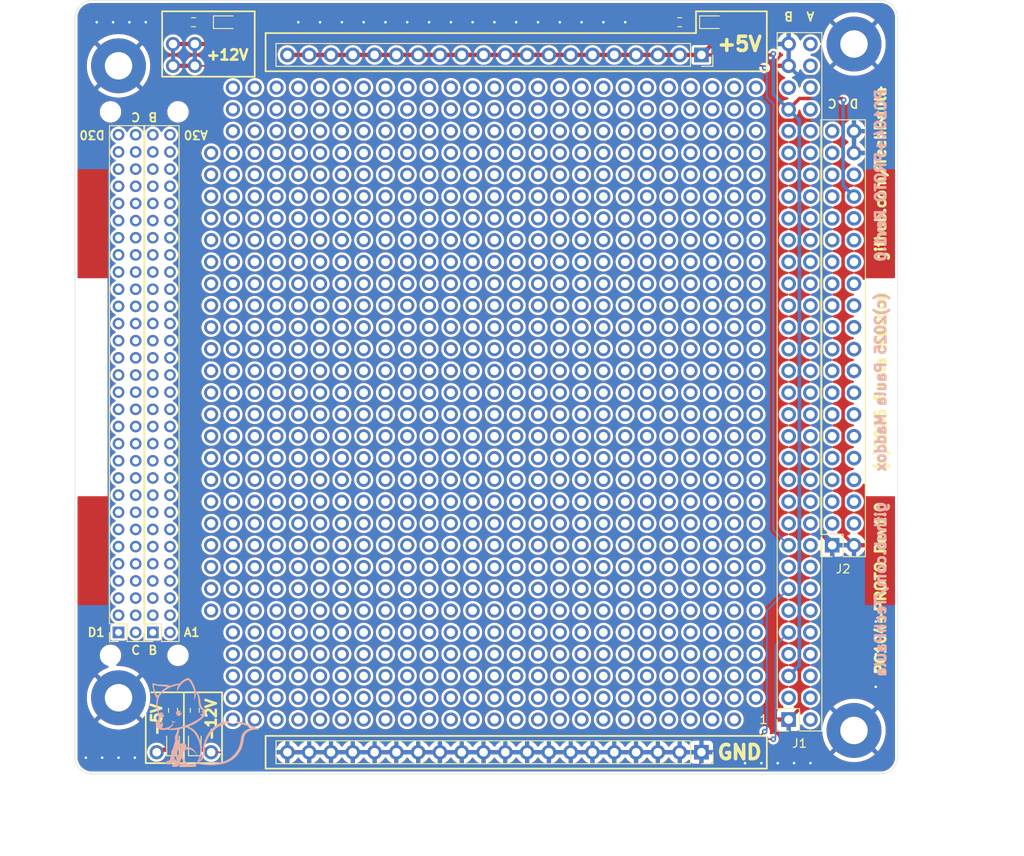
<source format=kicad_pcb>
(kicad_pcb (version 20241229) (generator "pcbnew") (generator_version "9.0")
  (layers (0 "F.Cu" signal) (2 "B.Cu" signal) (13 "F.Paste" user) (15 "B.Paste" user) (5 "F.SilkS" user "F.Silkscreen") (7 "B.SilkS" user "B.Silkscreen") (1 "F.Mask" user) (3 "B.Mask" user) (25 "Edge.Cuts" user))
  (net 0 "")
  (net 15 "GND")
  (net 213 "Net-(D1-K)")
  (net 214 "+5V")
  (net 215 "+12V")
  (net 216 "Net-(D2-K)")
  (net 217 "Net-(D3-A)")
  (net 218 "-5V")
  (net 219 "-12V")
  (net 220 "Net-(D4-A)")
  (footprint "MountingHole:MountingHole_3.2mm_M3_Pad_TopBottom" (layer "F.Cu") (at 100.965 127)
    (property "Reference" "H3" (hide yes))
    (property "Value" "MountingHole_Pad")
  )
  (footprint "Resistor_SMD:R_0603_1608Metric" (layer "F.Cu") (at 107.315 128.46 90)
    (property "Reference" "R3" (hide yes))
    (property "Value" "2K2")
  )
  (footprint "Resistor_SMD:R_0603_1608Metric" (layer "F.Cu") (at 166.37 48.26 180)
    (property "Reference" "R1" (hide yes))
    (property "Value" "2K2")
  )
  (footprint "MountingHole:MountingHole_2mm" (layer "F.Cu") (at 100.03 58.705)
    (property "Reference" "H9" (hide yes))
    (property "Value" "MountingHole")
  )
  (footprint "Resistor_SMD:R_0603_1608Metric" (layer "F.Cu") (at 109.855 128.46 90)
    (property "Reference" "R4" (hide yes))
    (property "Value" "4K7")
  )
  (footprint "MountingHole:MountingHole_3.2mm_M3_Pad_TopBottom" (layer "F.Cu") (at 100.965 53.34)
    (property "Reference" "H6" (hide yes))
    (property "Value" "MountingHole_Pad")
  )
  (footprint "Connector_PinSocket_2.00mm:PinSocket_2x30_P2.00mm_Vertical" (layer "F.Cu") (at 104.965 119.38 180)
    (property "Reference" "J3A1" (hide yes))
    (property "Value" "Conn_02x30_Row_Letter_First")
  )
  (footprint "Connector_PinSocket_2.54mm:PinSocket_2x32_P2.54mm_Vertical" (layer "F.Cu") (at 179.07 129.54 180)
    (property "Reference" "J1")
    (property "Value" "Conn_02x32_Odd_Even")
  )
  (footprint "Connector_PinSocket_2.00mm:PinSocket_2x30_P2.00mm_Vertical" (layer "F.Cu") (at 100.965 119.38 180)
    (property "Reference" "J3C1" (hide yes))
    (property "Value" "Conn_02x30_Row_Letter_First")
  )
  (footprint "MountingHole:MountingHole_2mm" (layer "F.Cu") (at 107.9 58.705)
    (property "Reference" "H10" (hide yes))
    (property "Value" "MountingHole")
  )
  (footprint "LED_SMD:LED_0603_1608Metric" (layer "F.Cu") (at 107.315 132.268 90)
    (property "Reference" "D3" (hide yes))
    (property "Value" "LED")
  )
  (footprint "MountingHole:MountingHole_3.2mm_M3_Pad_TopBottom" (layer "F.Cu") (at 186.69 130.81)
    (property "Reference" "H4" (hide yes))
    (property "Value" "MountingHole_Pad")
  )
  (footprint "MountingHole:MountingHole_2mm" (layer "F.Cu") (at 107.9 122.055)
    (property "Reference" "H8" (hide yes))
    (property "Value" "MountingHole")
  )
  (footprint "Connector_PinSocket_2.54mm:PinSocket_2x20_P2.54mm_Vertical" (layer "F.Cu") (at 184.15 109.22 180)
    (property "Reference" "J2")
    (property "Value" "Conn_02x20_Odd_Even")
  )
  (footprint "LED_SMD:LED_0603_1608Metric" (layer "F.Cu") (at 170.18 48.26)
    (property "Reference" "D1" (hide yes))
    (property "Value" "LED")
  )
  (footprint "LED_SMD:LED_0603_1608Metric" (layer "F.Cu") (at 109.855 132.268 90)
    (property "Reference" "D4" (hide yes))
    (property "Value" "LED")
  )
  (footprint "LED_SMD:LED_0603_1608Metric" (layer "F.Cu") (at 113.5125 48.26)
    (property "Reference" "D2" (hide yes))
    (property "Value" "LED")
  )
  (footprint "Connector_PinSocket_2.54mm:PinSocket_1x20_P2.54mm_Vertical" (layer "F.Cu") (at 168.91 133.35 -90)
    (property "Reference" "J4" (hide yes))
    (property "Value" "GROUND")
  )
  (footprint "MountingHole:MountingHole_2mm" (layer "F.Cu") (at 100.03 122.055)
    (property "Reference" "H7" (hide yes))
    (property "Value" "MountingHole")
  )
  (footprint "MountingHole:MountingHole_3.2mm_M3_Pad_TopBottom" (layer "F.Cu") (at 186.69 50.8)
    (property "Reference" "H5" (hide yes))
    (property "Value" "MountingHole_Pad")
  )
  (footprint "Connector_PinSocket_2.54mm:PinSocket_1x20_P2.54mm_Vertical" (layer "F.Cu") (at 168.91 52.07 -90)
    (property "Reference" "POWER1" (hide yes))
    (property "Value" "Conn_01x20")
  )
  (footprint "Resistor_SMD:R_0603_1608Metric" (layer "F.Cu") (at 109.7005 48.26 180)
    (property "Reference" "R2" (hide yes))
    (property "Value" "4K7")
  )
  (footprint "PaulasKiCADFootPrint:Fox_avatar_18mm" (layer "B.Cu") (at 110.3775 129.885229 180)
    (property "Reference" "FOX1" (hide yes))
    (property "Value" "SYM_Flash_Large" (hide yes))
  )
  (gr_line (start 116.84 54.61) (end 116.84 53.975) (stroke (width 0.2)) (layer "F.SilkS"))
  (gr_line (start 118.11 131.445) (end 118.11 135.255) (stroke (width 0.2)) (layer "F.SilkS"))
  (gr_line (start 168.275 49.53) (end 168.275 46.99) (stroke (width 0.2)) (layer "F.SilkS"))
  (gr_line (start 113.03 134.62) (end 113.03 126.365) (stroke (width 0.2)) (layer "F.SilkS"))
  (gr_line (start 104.14 134.62) (end 113.03 134.62) (stroke (width 0.2)) (layer "F.SilkS"))
  (gr_line (start 118.11 49.53) (end 168.275 49.53) (stroke (width 0.2)) (layer "F.SilkS"))
  (gr_line (start 176.53 135.255) (end 176.53 131.445) (stroke (width 0.2)) (layer "F.SilkS"))
  (gr_line (start 116.84 53.975) (end 116.84 46.99) (stroke (width 0.2)) (layer "F.SilkS"))
  (gr_line (start 176.53 53.975) (end 118.11 53.975) (stroke (width 0.2)) (layer "F.SilkS"))
  (gr_line (start 106.045 46.99) (end 116.84 46.99) (stroke (width 0.2)) (layer "F.SilkS"))
  (gr_line (start 108.585 126.365) (end 108.585 134.62) (stroke (width 0.2)) (layer "F.SilkS"))
  (gr_line (start 118.11 53.975) (end 118.11 49.53) (stroke (width 0.2)) (layer "F.SilkS"))
  (gr_line (start 176.53 131.445) (end 118.11 131.445) (stroke (width 0.2)) (layer "F.SilkS"))
  (gr_line (start 113.03 126.365) (end 104.775 126.365) (stroke (width 0.2)) (layer "F.SilkS"))
  (gr_line (start 106.045 54.61) (end 116.84 54.61) (stroke (width 0.2)) (layer "F.SilkS"))
  (gr_line (start 176.53 49.53) (end 176.53 53.975) (stroke (width 0.2)) (layer "F.SilkS"))
  (gr_line (start 176.53 46.99) (end 176.53 49.53) (stroke (width 0.2)) (layer "F.SilkS"))
  (gr_line (start 170.18 135.255) (end 176.53 135.255) (stroke (width 0.2)) (layer "F.SilkS"))
  (gr_line (start 104.14 134.62) (end 104.14 128.905) (stroke (width 0.2)) (layer "F.SilkS"))
  (gr_line (start 118.11 135.255) (end 170.18 135.255) (stroke (width 0.2)) (layer "F.SilkS"))
  (gr_line (start 106.045 54.61) (end 106.045 46.99) (stroke (width 0.2)) (layer "F.SilkS"))
  (gr_line (start 168.275 46.99) (end 176.53 46.99) (stroke (width 0.2)) (layer "F.SilkS"))
  (gr_line (start 191.77 47.72) (end 191.77 133.89) (stroke (width 0.05)) (layer "Edge.Cuts"))
  (gr_arc (start 97.885 135.89) (mid 96.470786 135.304214) (end 95.885 133.89) (stroke (width 0.05)) (layer "Edge.Cuts"))
  (gr_line (start 95.885 133.89) (end 95.885 47.72) (stroke (width 0.05)) (layer "Edge.Cuts"))
  (gr_arc (start 189.77 45.72) (mid 191.184214 46.305786) (end 191.77 47.72) (stroke (width 0.05)) (layer "Edge.Cuts"))
  (gr_line (start 189.77 135.89) (end 97.885 135.89) (stroke (width 0.05)) (layer "Edge.Cuts"))
  (gr_arc (start 95.885 47.72) (mid 96.470786 46.305786) (end 97.885 45.72) (stroke (width 0.05)) (layer "Edge.Cuts"))
  (gr_line (start 97.885 45.72) (end 189.77 45.72) (stroke (width 0.05)) (layer "Edge.Cuts"))
  (gr_arc (start 191.77 133.89) (mid 191.184214 135.304214) (end 189.77 135.89) (stroke (width 0.05)) (layer "Edge.Cuts"))
  (gr_text "-5V" (at 105.41 129.54 90) (layer "F.SilkS") (effects (font (size 1.2 1.2) (thickness 0.3) (bold yes))))
  (gr_text "C" (at 102.965 59.88 180) (layer "F.SilkS") (effects (font (size 1 1) (thickness 0.2) (bold yes)) (justify top)))
  (gr_text "D" (at 186.69 58.293 180) (layer "F.SilkS") (effects (font (size 1 1) (thickness 0.2) (bold yes)) (justify top)))
  (gr_text "+12V" (at 113.665 52.07 0) (layer "F.SilkS") (effects (font (size 1.2 1.2) (thickness 0.3) (bold yes))))
  (gr_text "GND" (at 173.355 133.35 0) (layer "F.SilkS") (effects (font (size 1.65 1.65) (thickness 0.4125) (bold yes))))
  (gr_text "1" (at 176.149 129.54 0) (layer "F.SilkS") (effects (font (size 1 1))))
  (gr_text "-12V" (at 111.76 129.54 90) (layer "F.SilkS") (effects (font (size 1.2 1.2) (thickness 0.3) (bold yes))))
  (gr_text "D1" (at 99.465 119.38 0) (layer "F.SilkS") (effects (font (size 1 1) (thickness 0.2) (bold yes)) (justify right)))
  (gr_text "B" (at 179.07 48.133 180) (layer "F.SilkS") (effects (font (size 1 1) (thickness 0.2) (bold yes)) (justify top)))
  (gr_text "C" (at 184.15 58.293 180) (layer "F.SilkS") (effects (font (size 1 1) (thickness 0.2) (bold yes)) (justify top)))
  (gr_text "C" (at 102.965 120.88 0) (layer "F.SilkS") (effects (font (size 1 1) (thickness 0.2) (bold yes)) (justify top)))
  (gr_text "D30" (at 99.465 61.38 180) (layer "F.SilkS") (effects (font (size 1 1) (thickness 0.2) (bold yes)) (justify left)))
  (gr_text "PC104+PROTO Rev1.0    (c)2025 Paula Maddox    github.com/TechPaula" (at 190.5 124.46 90) (layer "F.SilkS") (effects (font (size 1.2 1.2) (thickness 0.3) (bold yes)) (justify left bottom)))
  (gr_text "A1" (at 108.465 119.38 0) (layer "F.SilkS") (effects (font (size 1 1) (thickness 0.2) (bold yes)) (justify left)))
  (gr_text "B" (at 104.965 59.88 180) (layer "F.SilkS") (effects (font (size 1 1) (thickness 0.2) (bold yes)) (justify top)))
  (gr_text "A" (at 181.61 48.133 180) (layer "F.SilkS") (effects (font (size 1 1) (thickness 0.2) (bold yes)) (justify top)))
  (gr_text "A30" (at 108.465 61.38 180) (layer "F.SilkS") (effects (font (size 1 1) (thickness 0.2) (bold yes)) (justify right)))
  (gr_text "+5V" (at 173.355 50.8 0) (layer "F.SilkS") (effects (font (size 1.65 1.65) (thickness 0.4125) (bold yes))))
  (gr_text "B" (at 104.965 120.88 0) (layer "F.SilkS") (effects (font (size 1 1) (thickness 0.2) (bold yes)) (justify top)))
  (gr_text "PC104+PROTO Rev1.0    (c)2025 Paula Maddox    github.com/TechPaula" (at 190.5 55.88 90) (layer "B.SilkS") (effects (font (size 1.2 1.2) (thickness 0.3) (bold yes)) (justify left bottom mirror)))
  (via (at 160.02 129.54) (size 1.65) (drill 1) (layers "F.Cu" "B.Cu") (net 0))
  (via (at 144.78 119.38) (size 1.65) (drill 1) (layers "F.Cu" "B.Cu") (net 0))
  (via (at 147.32 86.36) (size 1.65) (drill 1) (layers "F.Cu" "B.Cu") (net 0))
  (via (at 119.38 99.06) (size 1.65) (drill 1) (layers "F.Cu" "B.Cu") (net 0))
  (via (at 144.78 109.22) (size 1.65) (drill 1) (layers "F.Cu" "B.Cu") (net 0))
  (via (at 165.1 71.12) (size 1.65) (drill 1) (layers "F.Cu" "B.Cu") (net 0))
  (via (at 172.72 121.92) (size 1.65) (drill 1) (layers "F.Cu" "B.Cu") (net 0))
  (via (at 129.54 99.06) (size 1.65) (drill 1) (layers "F.Cu" "B.Cu") (net 0))
  (via (at 152.4 91.44) (size 1.65) (drill 1) (layers "F.Cu" "B.Cu") (net 0))
  (via (at 170.18 129.54) (size 1.65) (drill 1) (layers "F.Cu" "B.Cu") (net 0))
  (via (at 175.26 99.06) (size 1.65) (drill 1) (layers "F.Cu" "B.Cu") (net 0))
  (via (at 129.54 101.6) (size 1.65) (drill 1) (layers "F.Cu" "B.Cu") (net 0))
  (via (at 152.4 124.46) (size 1.65) (drill 1) (layers "F.Cu" "B.Cu") (net 0))
  (via (at 175.26 91.44) (size 1.65) (drill 1) (layers "F.Cu" "B.Cu") (net 0))
  (via (at 119.38 83.82) (size 1.65) (drill 1) (layers "F.Cu" "B.Cu") (net 0))
  (via (at 121.92 127) (size 1.65) (drill 1) (layers "F.Cu" "B.Cu") (net 0))
  (via (at 139.7 68.58) (size 1.65) (drill 1) (layers "F.Cu" "B.Cu") (net 0))
  (via (at 114.3 121.92) (size 1.65) (drill 1) (layers "F.Cu" "B.Cu") (net 0))
  (via (at 165.1 78.74) (size 1.65) (drill 1) (layers "F.Cu" "B.Cu") (net 0))
  (via (at 175.26 55.88) (size 1.65) (drill 1) (layers "F.Cu" "B.Cu") (net 0))
  (via (at 157.48 119.38) (size 1.65) (drill 1) (layers "F.Cu" "B.Cu") (net 0))
  (via (at 152.4 109.22) (size 1.65) (drill 1) (layers "F.Cu" "B.Cu") (net 0))
  (via (at 165.1 109.22) (size 1.65) (drill 1) (layers "F.Cu" "B.Cu") (net 0))
  (via (at 142.24 71.12) (size 1.65) (drill 1) (layers "F.Cu" "B.Cu") (net 0))
  (via (at 139.7 129.54) (size 1.65) (drill 1) (layers "F.Cu" "B.Cu") (net 0))
  (via (at 137.16 129.54) (size 1.65) (drill 1) (layers "F.Cu" "B.Cu") (net 0))
  (via (at 160.02 55.88) (size 1.65) (drill 1) (layers "F.Cu" "B.Cu") (net 0))
  (via (at 121.92 86.36) (size 1.65) (drill 1) (layers "F.Cu" "B.Cu") (net 0))
  (via (at 154.94 119.38) (size 1.65) (drill 1) (layers "F.Cu" "B.Cu") (net 0))
  (via (at 172.72 83.82) (size 1.65) (drill 1) (layers "F.Cu" "B.Cu") (net 0))
  (via (at 147.32 93.98) (size 1.65) (drill 1) (layers "F.Cu" "B.Cu") (net 0))
  (via (at 127 129.54) (size 1.65) (drill 1) (layers "F.Cu" "B.Cu") (net 0))
  (via (at 132.08 91.44) (size 1.65) (drill 1) (layers "F.Cu" "B.Cu") (net 0))
  (via (at 119.38 114.3) (size 1.65) (drill 1) (layers "F.Cu" "B.Cu") (net 0))
  (via (at 114.3 119.38) (size 1.65) (drill 1) (layers "F.Cu" "B.Cu") (net 0))
  (via (at 129.54 104.14) (size 1.65) (drill 1) (layers "F.Cu" "B.Cu") (net 0))
  (via (at 132.08 101.6) (size 1.65) (drill 1) (layers "F.Cu" "B.Cu") (net 0))
  (via (at 172.72 76.2) (size 1.65) (drill 1) (layers "F.Cu" "B.Cu") (net 0))
  (via (at 149.86 104.14) (size 1.65) (drill 1) (layers "F.Cu" "B.Cu") (net 0))
  (via (at 147.32 104.14) (size 1.65) (drill 1) (layers "F.Cu" "B.Cu") (net 0))
  (via (at 127 86.36) (size 1.65) (drill 1) (layers "F.Cu" "B.Cu") (net 0))
  (via (at 162.56 109.22) (size 1.65) (drill 1) (layers "F.Cu" "B.Cu") (net 0))
  (via (at 111.76 93.98) (size 1.65) (drill 1) (layers "F.Cu" "B.Cu") (net 0))
  (via (at 167.64 99.06) (size 1.65) (drill 1) (layers "F.Cu" "B.Cu") (net 0))
  (via (at 134.62 73.66) (size 1.65) (drill 1) (layers "F.Cu" "B.Cu") (net 0))
  (via (at 144.78 121.92) (size 1.65) (drill 1) (layers "F.Cu" "B.Cu") (net 0))
  (via (at 160.02 124.46) (size 1.65) (drill 1) (layers "F.Cu" "B.Cu") (net 0))
  (via (at 172.72 101.6) (size 1.65) (drill 1) (layers "F.Cu" "B.Cu") (net 0))
  (via (at 144.78 116.84) (size 1.65) (drill 1) (layers "F.Cu" "B.Cu") (net 0))
  (via (at 139.7 106.68) (size 1.65) (drill 1) (layers "F.Cu" "B.Cu") (net 0))
  (via (at 149.86 83.82) (size 1.65) (drill 1) (layers "F.Cu" "B.Cu") (net 0))
  (via (at 160.02 104.14) (size 1.65) (drill 1) (layers "F.Cu" "B.Cu") (net 0))
  (via (at 111.76 68.58) (size 1.65) (drill 1) (layers "F.Cu" "B.Cu") (net 0))
  (via (at 144.78 76.2) (size 1.65) (drill 1) (layers "F.Cu" "B.Cu") (net 0))
  (via (at 116.84 78.74) (size 1.65) (drill 1) (layers "F.Cu" "B.Cu") (net 0))
  (via (at 137.16 86.36) (size 1.65) (drill 1) (layers "F.Cu" "B.Cu") (net 0))
  (via (at 142.24 127) (size 1.65) (drill 1) (layers "F.Cu" "B.Cu") (net 0))
  (via (at 132.08 93.98) (size 1.65) (drill 1) (layers "F.Cu" "B.Cu") (net 0))
  (via (at 134.62 55.88) (size 1.65) (drill 1) (layers "F.Cu" "B.Cu") (net 0))
  (via (at 144.78 68.58) (size 1.65) (drill 1) (layers "F.Cu" "B.Cu") (net 0))
  (via (at 137.16 68.58) (size 1.65) (drill 1) (layers "F.Cu" "B.Cu") (net 0))
  (via (at 134.62 129.54) (size 1.65) (drill 1) (layers "F.Cu" "B.Cu") (net 0))
  (via (at 116.84 66.04) (size 1.65) (drill 1) (layers "F.Cu" "B.Cu") (net 0))
  (via (at 127 111.76) (size 1.65) (drill 1) (layers "F.Cu" "B.Cu") (net 0))
  (via (at 121.92 73.66) (size 1.65) (drill 1) (layers "F.Cu" "B.Cu") (net 0))
  (via (at 139.7 63.5) (size 1.65) (drill 1) (layers "F.Cu" "B.Cu") (net 0))
  (via (at 165.1 116.84) (size 1.65) (drill 1) (layers "F.Cu" "B.Cu") (net 0))
  (via (at 132.08 124.46) (size 1.65) (drill 1) (layers "F.Cu" "B.Cu") (net 0))
  (via (at 147.32 114.3) (size 1.65) (drill 1) (layers "F.Cu" "B.Cu") (net 0))
  (via (at 147.32 109.22) (size 1.65) (drill 1) (layers "F.Cu" "B.Cu") (net 0))
  (via (at 160.02 114.3) (size 1.65) (drill 1) (layers "F.Cu" "B.Cu") (net 0))
  (via (at 116.84 60.96) (size 1.65) (drill 1) (layers "F.Cu" "B.Cu") (net 0))
  (via (at 142.24 96.52) (size 1.65) (drill 1) (layers "F.Cu" "B.Cu") (net 0))
  (via (at 129.54 58.42) (size 1.65) (drill 1) (layers "F.Cu" "B.Cu") (net 0))
  (via (at 137.16 63.5) (size 1.65) (drill 1) (layers "F.Cu" "B.Cu") (net 0))
  (via (at 121.92 101.6) (size 1.65) (drill 1) (layers "F.Cu" "B.Cu") (net 0))
  (via (at 152.4 71.12) (size 1.65) (drill 1) (layers "F.Cu" "B.Cu") (net 0))
  (via (at 127 71.12) (size 1.65) (drill 1) (layers "F.Cu" "B.Cu") (net 0))
  (via (at 121.92 83.82) (size 1.65) (drill 1) (layers "F.Cu" "B.Cu") (net 0))
  (via (at 154.94 71.12) (size 1.65) (drill 1) (layers "F.Cu" "B.Cu") (net 0))
  (via (at 172.72 58.42) (size 1.65) (drill 1) (layers "F.Cu" "B.Cu") (net 0))
  (via (at 157.48 83.82) (size 1.65) (drill 1) (layers "F.Cu" "B.Cu") (net 0))
  (via (at 144.78 129.54) (size 1.65) (drill 1) (layers "F.Cu" "B.Cu") (net 0))
  (via (at 139.7 101.6) (size 1.65) (drill 1) (layers "F.Cu" "B.Cu") (net 0))
  (via (at 121.92 88.9) (size 1.65) (drill 1) (layers "F.Cu" "B.Cu") (net 0))
  (via (at 147.32 60.96) (size 1.65) (drill 1) (layers "F.Cu" "B.Cu") (net 0))
  (via (at 119.38 66.04) (size 1.65) (drill 1) (layers "F.Cu" "B.Cu") (net 0))
  (via (at 154.94 73.66) (size 1.65) (drill 1) (layers "F.Cu" "B.Cu") (net 0))
  (via (at 165.1 119.38) (size 1.65) (drill 1) (layers "F.Cu" "B.Cu") (net 0))
  (via (at 167.64 91.44) (size 1.65) (drill 1) (layers "F.Cu" "B.Cu") (net 0))
  (via (at 152.4 60.96) (size 1.65) (drill 1) (layers "F.Cu" "B.Cu") (net 0))
  (via (at 137.16 109.22) (size 1.65) (drill 1) (layers "F.Cu" "B.Cu") (net 0))
  (via (at 127 93.98) (size 1.65) (drill 1) (layers "F.Cu" "B.Cu") (net 0))
  (via (at 137.16 81.28) (size 1.65) (drill 1) (layers "F.Cu" "B.Cu") (net 0))
  (via (at 162.56 104.14) (size 1.65) (drill 1) (layers "F.Cu" "B.Cu") (net 0))
  (via (at 127 124.46) (size 1.65) (drill 1) (layers "F.Cu" "B.Cu") (net 0))
  (via (at 129.54 63.5) (size 1.65) (drill 1) (layers "F.Cu" "B.Cu") (net 0))
  (via (at 127 78.74) (size 1.65) (drill 1) (layers "F.Cu" "B.Cu") (net 0))
  (via (at 121.92 58.42) (size 1.65) (drill 1) (layers "F.Cu" "B.Cu") (net 0))
  (via (at 147.32 124.46) (size 1.65) (drill 1) (layers "F.Cu" "B.Cu") (net 0))
  (via (at 162.56 119.38) (size 1.65) (drill 1) (layers "F.Cu" "B.Cu") (net 0))
  (via (at 167.64 71.12) (size 1.65) (drill 1) (layers "F.Cu" "B.Cu") (net 0))
  (via (at 132.08 58.42) (size 1.65) (drill 1) (layers "F.Cu" "B.Cu") (net 0))
  (via (at 114.3 76.2) (size 1.65) (drill 1) (layers "F.Cu" "B.Cu") (net 0))
  (via (at 149.86 73.66) (size 1.65) (drill 1) (layers "F.Cu" "B.Cu") (net 0))
  (via (at 149.86 99.06) (size 1.65) (drill 1) (layers "F.Cu" "B.Cu") (net 0))
  (via (at 165.1 96.52) (size 1.65) (drill 1) (layers "F.Cu" "B.Cu") (net 0))
  (via (at 154.94 60.96) (size 1.65) (drill 1) (layers "F.Cu" "B.Cu") (net 0))
  (via (at 132.08 116.84) (size 1.65) (drill 1) (layers "F.Cu" "B.Cu") (net 0))
  (via (at 121.92 116.84) (size 1.65) (drill 1) (layers "F.Cu" "B.Cu") (net 0))
  (via (at 111.76 111.76) (size 1.65) (drill 1) (layers "F.Cu" "B.Cu") (net 0))
  (via (at 137.16 121.92) (size 1.65) (drill 1) (layers "F.Cu" "B.Cu") (net 0))
  (via (at 149.86 68.58) (size 1.65) (drill 1) (layers "F.Cu" "B.Cu") (net 0))
  (via (at 144.78 124.46) (size 1.65) (drill 1) (layers "F.Cu" "B.Cu") (net 0))
  (via (at 142.24 104.14) (size 1.65) (drill 1) (layers "F.Cu" "B.Cu") (net 0))
  (via (at 160.02 101.6) (size 1.65) (drill 1) (layers "F.Cu" "B.Cu") (net 0))
  (via (at 152.4 63.5) (size 1.65) (drill 1) (layers "F.Cu" "B.Cu") (net 0))
  (via (at 175.26 96.52) (size 1.65) (drill 1) (layers "F.Cu" "B.Cu") (net 0))
  (via (at 160.02 63.5) (size 1.65) (drill 1) (layers "F.Cu" "B.Cu") (net 0))
  (via (at 152.4 88.9) (size 1.65) (drill 1) (layers "F.Cu" "B.Cu") (net 0))
  (via (at 172.72 68.58) (size 1.65) (drill 1) (layers "F.Cu" "B.Cu") (net 0))
  (via (at 170.18 76.2) (size 1.65) (drill 1) (layers "F.Cu" "B.Cu") (net 0))
  (via (at 154.94 109.22) (size 1.65) (drill 1) (layers "F.Cu" "B.Cu") (net 0))
  (via (at 116.84 99.06) (size 1.65) (drill 1) (layers "F.Cu" "B.Cu") (net 0))
  (via (at 139.7 71.12) (size 1.65) (drill 1) (layers "F.Cu" "B.Cu") (net 0))
  (via (at 142.24 111.76) (size 1.65) (drill 1) (layers "F.Cu" "B.Cu") (net 0))
  (via (at 170.18 109.22) (size 1.65) (drill 1) (layers "F.Cu" "B.Cu") (net 0))
  (via (at 149.86 88.9) (size 1.65) (drill 1) (layers "F.Cu" "B.Cu") (net 0))
  (via (at 124.46 91.44) (size 1.65) (drill 1) (layers "F.Cu" "B.Cu") (net 0))
  (via (at 175.26 116.84) (size 1.65) (drill 1) (layers "F.Cu" "B.Cu") (net 0))
  (via (at 160.02 71.12) (size 1.65) (drill 1) (layers "F.Cu" "B.Cu") (net 0))
  (via (at 114.3 116.84) (size 1.65) (drill 1) (layers "F.Cu" "B.Cu") (net 0))
  (via (at 154.94 129.54) (size 1.65) (drill 1) (layers "F.Cu" "B.Cu") (net 0))
  (via (at 172.72 104.14) (size 1.65) (drill 1) (layers "F.Cu" "B.Cu") (net 0))
  (via (at 111.76 73.66) (size 1.65) (drill 1) (layers "F.Cu" "B.Cu") (net 0))
  (via (at 167.64 86.36) (size 1.65) (drill 1) (layers "F.Cu" "B.Cu") (net 0))
  (via (at 142.24 109.22) (size 1.65) (drill 1) (layers "F.Cu" "B.Cu") (net 0))
  (via (at 157.48 78.74) (size 1.65) (drill 1) (layers "F.Cu" "B.Cu") (net 0))
  (via (at 124.46 83.82) (size 1.65) (drill 1) (layers "F.Cu" "B.Cu") (net 0))
  (via (at 149.86 114.3) (size 1.65) (drill 1) (layers "F.Cu" "B.Cu") (net 0))
  (via (at 111.76 76.2) (size 1.65) (drill 1) (layers "F.Cu" "B.Cu") (net 0))
  (via (at 165.1 121.92) (size 1.65) (drill 1) (layers "F.Cu" "B.Cu") (net 0))
  (via (at 160.02 109.22) (size 1.65) (drill 1) (layers "F.Cu" "B.Cu") (net 0))
  (via (at 127 68.58) (size 1.65) (drill 1) (layers "F.Cu" "B.Cu") (net 0))
  (via (at 154.94 58.42) (size 1.65) (drill 1) (layers "F.Cu" "B.Cu") (net 0))
  (via (at 154.94 91.44) (size 1.65) (drill 1) (layers "F.Cu" "B.Cu") (net 0))
  (via (at 137.16 93.98) (size 1.65) (drill 1) (layers "F.Cu" "B.Cu") (net 0))
  (via (at 129.54 73.66) (size 1.65) (drill 1) (layers "F.Cu" "B.Cu") (net 0))
  (via (at 165.1 114.3) (size 1.65) (drill 1) (layers "F.Cu" "B.Cu") (net 0))
  (via (at 160.02 88.9) (size 1.65) (drill 1) (layers "F.Cu" "B.Cu") (net 0))
  (via (at 170.18 121.92) (size 1.65) (drill 1) (layers "F.Cu" "B.Cu") (net 0))
  (via (at 127 60.96) (size 1.65) (drill 1) (layers "F.Cu" "B.Cu") (net 0))
  (via (at 127 63.5) (size 1.65) (drill 1) (layers "F.Cu" "B.Cu") (net 0))
  (via (at 129.54 93.98) (size 1.65) (drill 1) (layers "F.Cu" "B.Cu") (net 0))
  (via (at 139.7 76.2) (size 1.65) (drill 1) (layers "F.Cu" "B.Cu") (net 0))
  (via (at 137.16 76.2) (size 1.65) (drill 1) (layers "F.Cu" "B.Cu") (net 0))
  (via (at 157.48 127) (size 1.65) (drill 1) (layers "F.Cu" "B.Cu") (net 0))
  (via (at 154.94 104.14) (size 1.65) (drill 1) (layers "F.Cu" "B.Cu") (net 0))
  (via (at 121.92 114.3) (size 1.65) (drill 1) (layers "F.Cu" "B.Cu") (net 0))
  (via (at 175.26 81.28) (size 1.65) (drill 1) (layers "F.Cu" "B.Cu") (net 0))
  (via (at 162.56 116.84) (size 1.65) (drill 1) (layers "F.Cu" "B.Cu") (net 0))
  (via (at 154.94 66.04) (size 1.65) (drill 1) (layers "F.Cu" "B.Cu") (net 0))
  (via (at 154.94 68.58) (size 1.65) (drill 1) (layers "F.Cu" "B.Cu") (net 0))
  (via (at 167.64 83.82) (size 1.65) (drill 1) (layers "F.Cu" "B.Cu") (net 0))
  (via (at 157.48 86.36) (size 1.65) (drill 1) (layers "F.Cu" "B.Cu") (net 0))
  (via (at 119.38 104.14) (size 1.65) (drill 1) (layers "F.Cu" "B.Cu") (net 0))
  (via (at 167.64 73.66) (size 1.65) (drill 1) (layers "F.Cu" "B.Cu") (net 0))
  (via (at 121.92 106.68) (size 1.65) (drill 1) (layers "F.Cu" "B.Cu") (net 0))
  (via (at 121.92 93.98) (size 1.65) (drill 1) (layers "F.Cu" "B.Cu") (net 0))
  (via (at 162.56 81.28) (size 1.65) (drill 1) (layers "F.Cu" "B.Cu") (net 0))
  (via (at 152.4 101.6) (size 1.65) (drill 1) (layers "F.Cu" "B.Cu") (net 0))
  (via (at 119.38 73.66) (size 1.65) (drill 1) (layers "F.Cu" "B.Cu") (net 0))
  (via (at 114.3 111.76) (size 1.65) (drill 1) (layers "F.Cu" "B.Cu") (net 0))
  (via (at 170.18 119.38) (size 1.65) (drill 1) (layers "F.Cu" "B.Cu") (net 0))
  (via (at 119.38 55.88) (size 1.65) (drill 1) (layers "F.Cu" "B.Cu") (net 0))
  (via (at 119.38 78.74) (size 1.65) (drill 1) (layers "F.Cu" "B.Cu") (net 0))
  (via (at 116.84 91.44) (size 1.65) (drill 1) (layers "F.Cu" "B.Cu") (net 0))
  (via (at 165.1 55.88) (size 1.65) (drill 1) (layers "F.Cu" "B.Cu") (net 0))
  (via (at 137.16 101.6) (size 1.65) (drill 1) (layers "F.Cu" "B.Cu") (net 0))
  (via (at 129.54 78.74) (size 1.65) (drill 1) (layers "F.Cu" "B.Cu") (net 0))
  (via (at 121.92 96.52) (size 1.65) (drill 1) (layers "F.Cu" "B.Cu") (net 0))
  (via (at 154.94 96.52) (size 1.65) (drill 1) (layers "F.Cu" "B.Cu") (net 0))
  (via (at 162.56 88.9) (size 1.65) (drill 1) (layers "F.Cu" "B.Cu") (net 0))
  (via (at 137.16 78.74) (size 1.65) (drill 1) (layers "F.Cu" "B.Cu") (net 0))
  (via (at 154.94 83.82) (size 1.65) (drill 1) (layers "F.Cu" "B.Cu") (net 0))
  (via (at 160.02 76.2) (size 1.65) (drill 1) (layers "F.Cu" "B.Cu") (net 0))
  (via (at 142.24 60.96) (size 1.65) (drill 1) (layers "F.Cu" "B.Cu") (net 0))
  (via (at 165.1 76.2) (size 1.65) (drill 1) (layers "F.Cu" "B.Cu") (net 0))
  (via (at 175.26 60.96) (size 1.65) (drill 1) (layers "F.Cu" "B.Cu") (net 0))
  (via (at 129.54 76.2) (size 1.65) (drill 1) (layers "F.Cu" "B.Cu") (net 0))
  (via (at 152.4 66.04) (size 1.65) (drill 1) (layers "F.Cu" "B.Cu") (net 0))
  (via (at 147.32 121.92) (size 1.65) (drill 1) (layers "F.Cu" "B.Cu") (net 0))
  (via (at 114.3 63.5) (size 1.65) (drill 1) (layers "F.Cu" "B.Cu") (net 0))
  (via (at 162.56 101.6) (size 1.65) (drill 1) (layers "F.Cu" "B.Cu") (net 0))
  (via (at 172.72 63.5) (size 1.65) (drill 1) (layers "F.Cu" "B.Cu") (net 0))
  (via (at 175.26 66.04) (size 1.65) (drill 1) (layers "F.Cu" "B.Cu") (net 0))
  (via (at 167.64 96.52) (size 1.65) (drill 1) (layers "F.Cu" "B.Cu") (net 0))
  (via (at 142.24 121.92) (size 1.65) (drill 1) (layers "F.Cu" "B.Cu") (net 0))
  (via (at 149.86 91.44) (size 1.65) (drill 1) (layers "F.Cu" "B.Cu") (net 0))
  (via (at 124.46 121.92) (size 1.65) (drill 1) (layers "F.Cu" "B.Cu") (net 0))
  (via (at 167.64 68.58) (size 1.65) (drill 1) (layers "F.Cu" "B.Cu") (net 0))
  (via (at 134.62 99.06) (size 1.65) (drill 1) (layers "F.Cu" "B.Cu") (net 0))
  (via (at 144.78 88.9) (size 1.65) (drill 1) (layers "F.Cu" "B.Cu") (net 0))
  (via (at 139.7 83.82) (size 1.65) (drill 1) (layers "F.Cu" "B.Cu") (net 0))
  (via (at 139.7 104.14) (size 1.65) (drill 1) (layers "F.Cu" "B.Cu") (net 0))
  (via (at 114.3 71.12) (size 1.65) (drill 1) (layers "F.Cu" "B.Cu") (net 0))
  (via (at 121.92 76.2) (size 1.65) (drill 1) (layers "F.Cu" "B.Cu") (net 0))
  (via (at 119.38 127) (size 1.65) (drill 1) (layers "F.Cu" "B.Cu") (net 0))
  (via (at 167.64 114.3) (size 1.65) (drill 1) (layers "F.Cu" "B.Cu") (net 0))
  (via (at 175.26 127) (size 1.65) (drill 1) (layers "F.Cu" "B.Cu") (net 0))
  (via (at 127 58.42) (size 1.65) (drill 1) (layers "F.Cu" "B.Cu") (net 0))
  (via (at 139.7 73.66) (size 1.65) (drill 1) (layers "F.Cu" "B.Cu") (net 0))
  (via (at 116.84 58.42) (size 1.65) (drill 1) (layers "F.Cu" "B.Cu") (net 0))
  (via (at 114.3 106.68) (size 1.65) (drill 1) (layers "F.Cu" "B.Cu") (net 0))
  (via (at 162.56 83.82) (size 1.65) (drill 1) (layers "F.Cu" "B.Cu") (net 0))
  (via (at 137.16 88.9) (size 1.65) (drill 1) (layers "F.Cu" "B.Cu") (net 0))
  (via (at 119.38 76.2) (size 1.65) (drill 1) (layers "F.Cu" "B.Cu") (net 0))
  (via (at 134.62 119.38) (size 1.65) (drill 1) (layers "F.Cu" "B.Cu") (net 0))
  (via (at 121.92 63.5) (size 1.65) (drill 1) (layers "F.Cu" "B.Cu") (net 0))
  (via (at 127 81.28) (size 1.65) (drill 1) (layers "F.Cu" "B.Cu") (net 0))
  (via (at 149.86 60.96) (size 1.65) (drill 1) (layers "F.Cu" "B.Cu") (net 0))
  (via (at 167.64 93.98) (size 1.65) (drill 1) (layers "F.Cu" "B.Cu") (net 0))
  (via (at 175.26 68.58) (size 1.65) (drill 1) (layers "F.Cu" "B.Cu") (net 0))
  (via (at 154.94 116.84) (size 1.65) (drill 1) (layers "F.Cu" "B.Cu") (net 0))
  (via (at 157.48 71.12) (size 1.65) (drill 1) (layers "F.Cu" "B.Cu") (net 0))
  (via (at 160.02 66.04) (size 1.65) (drill 1) (layers "F.Cu" "B.Cu") (net 0))
  (via (at 147.32 81.28) (size 1.65) (drill 1) (layers "F.Cu" "B.Cu") (net 0))
  (via (at 116.84 109.22) (size 1.65) (drill 1) (layers "F.Cu" "B.Cu") (net 0))
  (via (at 116.84 116.84) (size 1.65) (drill 1) (layers "F.Cu" "B.Cu") (net 0))
  (via (at 127 88.9) (size 1.65) (drill 1) (layers "F.Cu" "B.Cu") (net 0))
  (via (at 165.1 124.46) (size 1.65) (drill 1) (layers "F.Cu" "B.Cu") (net 0))
  (via (at 144.78 63.5) (size 1.65) (drill 1) (layers "F.Cu" "B.Cu") (net 0))
  (via (at 154.94 93.98) (size 1.65) (drill 1) (layers "F.Cu" "B.Cu") (net 0))
  (via (at 170.18 106.68) (size 1.65) (drill 1) (layers "F.Cu" "B.Cu") (net 0))
  (via (at 157.48 68.58) (size 1.65) (drill 1) (layers "F.Cu" "B.Cu") (net 0))
  (via (at 132.08 129.54) (size 1.65) (drill 1) (layers "F.Cu" "B.Cu") (net 0))
  (via (at 147.32 78.74) (size 1.65) (drill 1) (layers "F.Cu" "B.Cu") (net 0))
  (via (at 142.24 81.28) (size 1.65) (drill 1) (layers "F.Cu" "B.Cu") (net 0))
  (via (at 142.24 93.98) (size 1.65) (drill 1) (layers "F.Cu" "B.Cu") (net 0))
  (via (at 119.38 124.46) (size 1.65) (drill 1) (layers "F.Cu" "B.Cu") (net 0))
  (via (at 170.18 58.42) (size 1.65) (drill 1) (layers "F.Cu" "B.Cu") (net 0))
  (via (at 170.18 101.6) (size 1.65) (drill 1) (layers "F.Cu" "B.Cu") (net 0))
  (via (at 132.08 111.76) (size 1.65) (drill 1) (layers "F.Cu" "B.Cu") (net 0))
  (via (at 116.84 106.68) (size 1.65) (drill 1) (layers "F.Cu" "B.Cu") (net 0))
  (via (at 172.72 109.22) (size 1.65) (drill 1) (layers "F.Cu" "B.Cu") (net 0))
  (via (at 160.02 116.84) (size 1.65) (drill 1) (layers "F.Cu" "B.Cu") (net 0))
  (via (at 165.1 129.54) (size 1.65) (drill 1) (layers "F.Cu" "B.Cu") (net 0))
  (via (at 175.26 109.22) (size 1.65) (drill 1) (layers "F.Cu" "B.Cu") (net 0))
  (via (at 172.72 66.04) (size 1.65) (drill 1) (layers "F.Cu" "B.Cu") (net 0))
  (via (at 142.24 83.82) (size 1.65) (drill 1) (layers "F.Cu" "B.Cu") (net 0))
  (via (at 132.08 86.36) (size 1.65) (drill 1) (layers "F.Cu" "B.Cu") (net 0))
  (via (at 111.76 81.28) (size 1.65) (drill 1) (layers "F.Cu" "B.Cu") (net 0))
  (via (at 154.94 86.36) (size 1.65) (drill 1) (layers "F.Cu" "B.Cu") (net 0))
  (via (at 172.72 129.54) (size 1.65) (drill 1) (layers "F.Cu" "B.Cu") (net 0))
  (via (at 162.56 58.42) (size 1.65) (drill 1) (layers "F.Cu" "B.Cu") (net 0))
  (via (at 154.94 124.46) (size 1.65) (drill 1) (layers "F.Cu" "B.Cu") (net 0))
  (via (at 167.64 60.96) (size 1.65) (drill 1) (layers "F.Cu" "B.Cu") (net 0))
  (via (at 139.7 127) (size 1.65) (drill 1) (layers "F.Cu" "B.Cu") (net 0))
  (via (at 144.78 127) (size 1.65) (drill 1) (layers "F.Cu" "B.Cu") (net 0))
  (via (at 124.46 104.14) (size 1.65) (drill 1) (layers "F.Cu" "B.Cu") (net 0))
  (via (at 119.38 101.6) (size 1.65) (drill 1) (layers "F.Cu" "B.Cu") (net 0))
  (via (at 144.78 99.06) (size 1.65) (drill 1) (layers "F.Cu" "B.Cu") (net 0))
  (via (at 152.4 83.82) (size 1.65) (drill 1) (layers "F.Cu" "B.Cu") (net 0))
  (via (at 134.62 121.92) (size 1.65) (drill 1) (layers "F.Cu" "B.Cu") (net 0))
  (via (at 137.16 55.88) (size 1.65) (drill 1) (layers "F.Cu" "B.Cu") (net 0))
  (via (at 172.72 78.74) (size 1.65) (drill 1) (layers "F.Cu" "B.Cu") (net 0))
  (via (at 116.84 73.66) (size 1.65) (drill 1) (layers "F.Cu" "B.Cu") (net 0))
  (via (at 119.38 60.96) (size 1.65) (drill 1) (layers "F.Cu" "B.Cu") (net 0))
  (via (at 139.7 91.44) (size 1.65) (drill 1) (layers "F.Cu" "B.Cu") (net 0))
  (via (at 170.18 73.66) (size 1.65) (drill 1) (layers "F.Cu" "B.Cu") (net 0))
  (via (at 129.54 96.52) (size 1.65) (drill 1) (layers "F.Cu" "B.Cu") (net 0))
  (via (at 170.18 88.9) (size 1.65) (drill 1) (layers "F.Cu" "B.Cu") (net 0))
  (via (at 172.72 55.88) (size 1.65) (drill 1) (layers "F.Cu" "B.Cu") (net 0))
  (via (at 170.18 99.06) (size 1.65) (drill 1) (layers "F.Cu" "B.Cu") (net 0))
  (via (at 142.24 119.38) (size 1.65) (drill 1) (layers "F.Cu" "B.Cu") (net 0))
  (via (at 124.46 73.66) (size 1.65) (drill 1) (layers "F.Cu" "B.Cu") (net 0))
  (via (at 154.94 55.88) (size 1.65) (drill 1) (layers "F.Cu" "B.Cu") (net 0))
  (via (at 129.54 127) (size 1.65) (drill 1) (layers "F.Cu" "B.Cu") (net 0))
  (via (at 121.92 60.96) (size 1.65) (drill 1) (layers "F.Cu" "B.Cu") (net 0))
  (via (at 137.16 114.3) (size 1.65) (drill 1) (layers "F.Cu" "B.Cu") (net 0))
  (via (at 152.4 114.3) (size 1.65) (drill 1) (layers "F.Cu" "B.Cu") (net 0))
  (via (at 124.46 109.22) (size 1.65) (drill 1) (layers "F.Cu" "B.Cu") (net 0))
  (via (at 134.62 78.74) (size 1.65) (drill 1) (layers "F.Cu" "B.Cu") (net 0))
  (via (at 116.84 96.52) (size 1.65) (drill 1) (layers "F.Cu" "B.Cu") (net 0))
  (via (at 142.24 99.06) (size 1.65) (drill 1) (layers "F.Cu" "B.Cu") (net 0))
  (via (at 144.78 111.76) (size 1.65) (drill 1) (layers "F.Cu" "B.Cu") (net 0))
  (via (at 147.32 91.44) (size 1.65) (drill 1) (layers "F.Cu" "B.Cu") (net 0))
  (via (at 149.86 93.98) (size 1.65) (drill 1) (layers "F.Cu" "B.Cu") (net 0))
  (via (at 124.46 63.5) (size 1.65) (drill 1) (layers "F.Cu" "B.Cu") (net 0))
  (via (at 147.32 106.68) (size 1.65) (drill 1) (layers "F.Cu" "B.Cu") (net 0))
  (via (at 132.08 121.92) (size 1.65) (drill 1) (layers "F.Cu" "B.Cu") (net 0))
  (via (at 127 119.38) (size 1.65) (drill 1) (layers "F.Cu" "B.Cu") (net 0))
  (via (at 147.32 116.84) (size 1.65) (drill 1) (layers "F.Cu" "B.Cu") (net 0))
  (via (at 175.26 104.14) (size 1.65) (drill 1) (layers "F.Cu" "B.Cu") (net 0))
  (via (at 152.4 129.54) (size 1.65) (drill 1) (layers "F.Cu" "B.Cu") (net 0))
  (via (at 134.62 83.82) (size 1.65) (drill 1) (layers "F.Cu" "B.Cu") (net 0))
  (via (at 170.18 104.14) (size 1.65) (drill 1) (layers "F.Cu" "B.Cu") (net 0))
  (via (at 157.48 81.28) (size 1.65) (drill 1) (layers "F.Cu" "B.Cu") (net 0))
  (via (at 162.56 66.04) (size 1.65) (drill 1) (layers "F.Cu" "B.Cu") (net 0))
  (via (at 142.24 106.68) (size 1.65) (drill 1) (layers "F.Cu" "B.Cu") (net 0))
  (via (at 132.08 73.66) (size 1.65) (drill 1) (layers "F.Cu" "B.Cu") (net 0))
  (via (at 149.86 116.84) (size 1.65) (drill 1) (layers "F.Cu" "B.Cu") (net 0))
  (via (at 162.56 86.36) (size 1.65) (drill 1) (layers "F.Cu" "B.Cu") (net 0))
  (via (at 170.18 71.12) (size 1.65) (drill 1) (layers "F.Cu" "B.Cu") (net 0))
  (via (at 116.84 55.88) (size 1.65) (drill 1) (layers "F.Cu" "B.Cu") (net 0))
  (via (at 121.92 55.88) (size 1.65) (drill 1) (layers "F.Cu" "B.Cu") (net 0))
  (via (at 149.86 71.12) (size 1.65) (drill 1) (layers "F.Cu" "B.Cu") (net 0))
  (via (at 114.3 86.36) (size 1.65) (drill 1) (layers "F.Cu" "B.Cu") (net 0))
  (via (at 132.08 63.5) (size 1.65) (drill 1) (layers "F.Cu" "B.Cu") (net 0))
  (via (at 124.46 86.36) (size 1.65) (drill 1) (layers "F.Cu" "B.Cu") (net 0))
  (via (at 167.64 119.38) (size 1.65) (drill 1) (layers "F.Cu" "B.Cu") (net 0))
  (via (at 114.3 124.46) (size 1.65) (drill 1) (layers "F.Cu" "B.Cu") (net 0))
  (via (at 162.56 106.68) (size 1.65) (drill 1) (layers "F.Cu" "B.Cu") (net 0))
  (via (at 116.84 104.14) (size 1.65) (drill 1) (layers "F.Cu" "B.Cu") (net 0))
  (via (at 167.64 81.28) (size 1.65) (drill 1) (layers "F.Cu" "B.Cu") (net 0))
  (via (at 127 91.44) (size 1.65) (drill 1) (layers "F.Cu" "B.Cu") (net 0))
  (via (at 152.4 81.28) (size 1.65) (drill 1) (layers "F.Cu" "B.Cu") (net 0))
  (via (at 139.7 58.42) (size 1.65) (drill 1) (layers "F.Cu" "B.Cu") (net 0))
  (via (at 144.78 96.52) (size 1.65) (drill 1) (layers "F.Cu" "B.Cu") (net 0))
  (via (at 114.3 81.28) (size 1.65) (drill 1) (layers "F.Cu" "B.Cu") (net 0))
  (via (at 144.78 86.36) (size 1.65) (drill 1) (layers "F.Cu" "B.Cu") (net 0))
  (via (at 119.38 86.36) (size 1.65) (drill 1) (layers "F.Cu" "B.Cu") (net 0))
  (via (at 119.38 81.28) (size 1.65) (drill 1) (layers "F.Cu" "B.Cu") (net 0))
  (via (at 144.78 60.96) (size 1.65) (drill 1) (layers "F.Cu" "B.Cu") (net 0))
  (via (at 129.54 129.54) (size 1.65) (drill 1) (layers "F.Cu" "B.Cu") (net 0))
  (via (at 147.32 129.54) (size 1.65) (drill 1) (layers "F.Cu" "B.Cu") (net 0))
  (via (at 144.78 104.14) (size 1.65) (drill 1) (layers "F.Cu" "B.Cu") (net 0))
  (via (at 175.26 86.36) (size 1.65) (drill 1) (layers "F.Cu" "B.Cu") (net 0))
  (via (at 124.46 116.84) (size 1.65) (drill 1) (layers "F.Cu" "B.Cu") (net 0))
  (via (at 116.84 124.46) (size 1.65) (drill 1) (layers "F.Cu" "B.Cu") (net 0))
  (via (at 170.18 68.58) (size 1.65) (drill 1) (layers "F.Cu" "B.Cu") (net 0))
  (via (at 137.16 106.68) (size 1.65) (drill 1) (layers "F.Cu" "B.Cu") (net 0))
  (via (at 167.64 111.76) (size 1.65) (drill 1) (layers "F.Cu" "B.Cu") (net 0))
  (via (at 162.56 99.06) (size 1.65) (drill 1) (layers "F.Cu" "B.Cu") (net 0))
  (via (at 157.48 101.6) (size 1.65) (drill 1) (layers "F.Cu" "B.Cu") (net 0))
  (via (at 165.1 73.66) (size 1.65) (drill 1) (layers "F.Cu" "B.Cu") (net 0))
  (via (at 160.02 58.42) (size 1.65) (drill 1) (layers "F.Cu" "B.Cu") (net 0))
  (via (at 127 101.6) (size 1.65) (drill 1) (layers "F.Cu" "B.Cu") (net 0))
  (via (at 119.38 63.5) (size 1.65) (drill 1) (layers "F.Cu" "B.Cu") (net 0))
  (via (at 149.86 119.38) (size 1.65) (drill 1) (layers "F.Cu" "B.Cu") (net 0))
  (via (at 149.86 106.68) (size 1.65) (drill 1) (layers "F.Cu" "B.Cu") (net 0))
  (via (at 167.64 116.84) (size 1.65) (drill 1) (layers "F.Cu" "B.Cu") (net 0))
  (via (at 172.72 111.76) (size 1.65) (drill 1) (layers "F.Cu" "B.Cu") (net 0))
  (via (at 142.24 58.42) (size 1.65) (drill 1) (layers "F.Cu" "B.Cu") (net 0))
  (via (at 139.7 88.9) (size 1.65) (drill 1) (layers "F.Cu" "B.Cu") (net 0))
  (via (at 116.84 111.76) (size 1.65) (drill 1) (layers "F.Cu" "B.Cu") (net 0))
  (via (at 139.7 121.92) (size 1.65) (drill 1) (layers "F.Cu" "B.Cu") (net 0))
  (via (at 162.56 71.12) (size 1.65) (drill 1) (layers "F.Cu" "B.Cu") (net 0))
  (via (at 149.86 63.5) (size 1.65) (drill 1) (layers "F.Cu" "B.Cu") (net 0))
  (via (at 172.72 116.84) (size 1.65) (drill 1) (layers "F.Cu" "B.Cu") (net 0))
  (via (at 134.62 63.5) (size 1.65) (drill 1) (layers "F.Cu" "B.Cu") (net 0))
  (via (at 129.54 66.04) (size 1.65) (drill 1) (layers "F.Cu" "B.Cu") (net 0))
  (via (at 175.26 114.3) (size 1.65) (drill 1) (layers "F.Cu" "B.Cu") (net 0))
  (via (at 132.08 83.82) (size 1.65) (drill 1) (layers "F.Cu" "B.Cu") (net 0))
  (via (at 139.7 93.98) (size 1.65) (drill 1) (layers "F.Cu" "B.Cu") (net 0))
  (via (at 175.26 88.9) (size 1.65) (drill 1) (layers "F.Cu" "B.Cu") (net 0))
  (via (at 132.08 96.52) (size 1.65) (drill 1) (layers "F.Cu" "B.Cu") (net 0))
  (via (at 142.24 116.84) (size 1.65) (drill 1) (layers "F.Cu" "B.Cu") (net 0))
  (via (at 157.48 111.76) (size 1.65) (drill 1) (layers "F.Cu" "B.Cu") (net 0))
  (via (at 137.16 104.14) (size 1.65) (drill 1) (layers "F.Cu" "B.Cu") (net 0))
  (via (at 139.7 114.3) (size 1.65) (drill 1) (layers "F.Cu" "B.Cu") (net 0))
  (via (at 144.78 101.6) (size 1.65) (drill 1) (layers "F.Cu" "B.Cu") (net 0))
  (via (at 139.7 96.52) (size 1.65) (drill 1) (layers "F.Cu" "B.Cu") (net 0))
  (via (at 152.4 96.52) (size 1.65) (drill 1) (layers "F.Cu" "B.Cu") (net 0))
  (via (at 127 104.14) (size 1.65) (drill 1) (layers "F.Cu" "B.Cu") (net 0))
  (via (at 147.32 55.88) (size 1.65) (drill 1) (layers "F.Cu" "B.Cu") (net 0))
  (via (at 124.46 81.28) (size 1.65) (drill 1) (layers "F.Cu" "B.Cu") (net 0))
  (via (at 134.62 76.2) (size 1.65) (drill 1) (layers "F.Cu" "B.Cu") (net 0))
  (via (at 167.64 58.42) (size 1.65) (drill 1) (layers "F.Cu" "B.Cu") (net 0))
  (via (at 162.56 114.3) (size 1.65) (drill 1) (layers "F.Cu" "B.Cu") (net 0))
  (via (at 144.78 93.98) (size 1.65) (drill 1) (layers "F.Cu" "B.Cu") (net 0))
  (via (at 132.08 76.2) (size 1.65) (drill 1) (layers "F.Cu" "B.Cu") (net 0))
  (via (at 152.4 68.58) (size 1.65) (drill 1) (layers "F.Cu" "B.Cu") (net 0))
  (via (at 149.86 55.88) (size 1.65) (drill 1) (layers "F.Cu" "B.Cu") (net 0))
  (via (at 111.76 114.3) (size 1.65) (drill 1) (layers "F.Cu" "B.Cu") (net 0))
  (via (at 170.18 55.88) (size 1.65) (drill 1) (layers "F.Cu" "B.Cu") (net 0))
  (via (at 162.56 55.88) (size 1.65) (drill 1) (layers "F.Cu" "B.Cu") (net 0))
  (via (at 119.38 129.54) (size 1.65) (drill 1) (layers "F.Cu" "B.Cu") (net 0))
  (via (at 160.02 73.66) (size 1.65) (drill 1) (layers "F.Cu" "B.Cu") (net 0))
  (via (at 119.38 68.58) (size 1.65) (drill 1) (layers "F.Cu" "B.Cu") (net 0))
  (via (at 129.54 55.88) (size 1.65) (drill 1) (layers "F.Cu" "B.Cu") (net 0))
  (via (at 134.62 81.28) (size 1.65) (drill 1) (layers "F.Cu" "B.Cu") (net 0))
  (via (at 167.64 55.88) (size 1.65) (drill 1) (layers "F.Cu" "B.Cu") (net 0))
  (via (at 137.16 58.42) (size 1.65) (drill 1) (layers "F.Cu" "B.Cu") (net 0))
  (via (at 132.08 127) (size 1.65) (drill 1) (layers "F.Cu" "B.Cu") (net 0))
  (via (at 149.86 109.22) (size 1.65) (drill 1) (layers "F.Cu" "B.Cu") (net 0))
  (via (at 147.32 76.2) (size 1.65) (drill 1) (layers "F.Cu" "B.Cu") (net 0))
  (via (at 119.38 111.76) (size 1.65) (drill 1) (layers "F.Cu" "B.Cu") (net 0))
  (via (at 175.26 63.5) (size 1.65) (drill 1) (layers "F.Cu" "B.Cu") (net 0))
  (via (at 129.54 86.36) (size 1.65) (drill 1) (layers "F.Cu" "B.Cu") (net 0))
  (via (at 127 99.06) (size 1.65) (drill 1) (layers "F.Cu" "B.Cu") (net 0))
  (via (at 147.32 63.5) (size 1.65) (drill 1) (layers "F.Cu" "B.Cu") (net 0))
  (via (at 111.76 106.68) (size 1.65) (drill 1) (layers "F.Cu" "B.Cu") (net 0))
  (via (at 172.72 81.28) (size 1.65) (drill 1) (layers "F.Cu" "B.Cu") (net 0))
  (via (at 162.56 78.74) (size 1.65) (drill 1) (layers "F.Cu" "B.Cu") (net 0))
  (via (at 157.48 73.66) (size 1.65) (drill 1) (layers "F.Cu" "B.Cu") (net 0))
  (via (at 137.16 60.96) (size 1.65) (drill 1) (layers "F.Cu" "B.Cu") (net 0))
  (via (at 137.16 119.38) (size 1.65) (drill 1) (layers "F.Cu" "B.Cu") (net 0))
  (via (at 154.94 99.06) (size 1.65) (drill 1) (layers "F.Cu" "B.Cu") (net 0))
  (via (at 147.32 119.38) (size 1.65) (drill 1) (layers "F.Cu" "B.Cu") (net 0))
  (via (at 154.94 101.6) (size 1.65) (drill 1) (layers "F.Cu" "B.Cu") (net 0))
  (via (at 129.54 83.82) (size 1.65) (drill 1) (layers "F.Cu" "B.Cu") (net 0))
  (via (at 172.72 96.52) (size 1.65) (drill 1) (layers "F.Cu" "B.Cu") (net 0))
  (via (at 137.16 73.66) (size 1.65) (drill 1) (layers "F.Cu" "B.Cu") (net 0))
  (via (at 121.92 91.44) (size 1.65) (drill 1) (layers "F.Cu" "B.Cu") (net 0))
  (via (at 167.64 76.2) (size 1.65) (drill 1) (layers "F.Cu" "B.Cu") (net 0))
  (via (at 132.08 88.9) (size 1.65) (drill 1) (layers "F.Cu" "B.Cu") (net 0))
  (via (at 134.62 91.44) (size 1.65) (drill 1) (layers "F.Cu" "B.Cu") (net 0))
  (via (at 157.48 124.46) (size 1.65) (drill 1) (layers "F.Cu" "B.Cu") (net 0))
  (via (at 121.92 71.12) (size 1.65) (drill 1) (layers "F.Cu" "B.Cu") (net 0))
  (via (at 154.94 127) (size 1.65) (drill 1) (layers "F.Cu" "B.Cu") (net 0))
  (via (at 167.64 121.92) (size 1.65) (drill 1) (layers "F.Cu" "B.Cu") (net 0))
  (via (at 127 109.22) (size 1.65) (drill 1) (layers "F.Cu" "B.Cu") (net 0))
  (via (at 152.4 86.36) (size 1.65) (drill 1) (layers "F.Cu" "B.Cu") (net 0))
  (via (at 167.64 129.54) (size 1.65) (drill 1) (layers "F.Cu" "B.Cu") (net 0))
  (via (at 147.32 68.58) (size 1.65) (drill 1) (layers "F.Cu" "B.Cu") (net 0))
  (via (at 167.64 88.9) (size 1.65) (drill 1) (layers "F.Cu" "B.Cu") (net 0))
  (via (at 111.76 86.36) (size 1.65) (drill 1) (layers "F.Cu" "B.Cu") (net 0))
  (via (at 170.18 66.04) (size 1.65) (drill 1) (layers "F.Cu" "B.Cu") (net 0))
  (via (at 152.4 127) (size 1.65) (drill 1) (layers "F.Cu" "B.Cu") (net 0))
  (via (at 170.18 78.74) (size 1.65) (drill 1) (layers "F.Cu" "B.Cu") (net 0))
  (via (at 134.62 127) (size 1.65) (drill 1) (layers "F.Cu" "B.Cu") (net 0))
  (via (at 165.1 106.68) (size 1.65) (drill 1) (layers "F.Cu" "B.Cu") (net 0))
  (via (at 121.92 78.74) (size 1.65) (drill 1) (layers "F.Cu" "B.Cu") (net 0))
  (via (at 139.7 86.36) (size 1.65) (drill 1) (layers "F.Cu" "B.Cu") (net 0))
  (via (at 129.54 124.46) (size 1.65) (drill 1) (layers "F.Cu" "B.Cu") (net 0))
  (via (at 144.78 91.44) (size 1.65) (drill 1) (layers "F.Cu" "B.Cu") (net 0))
  (via (at 144.78 78.74) (size 1.65) (drill 1) (layers "F.Cu" "B.Cu") (net 0))
  (via (at 116.84 127) (size 1.65) (drill 1) (layers "F.Cu" "B.Cu") (net 0))
  (via (at 129.54 91.44) (size 1.65) (drill 1) (layers "F.Cu" "B.Cu") (net 0))
  (via (at 124.46 99.06) (size 1.65) (drill 1) (layers "F.Cu" "B.Cu") (net 0))
  (via (at 127 106.68) (size 1.65) (drill 1) (layers "F.Cu" "B.Cu") (net 0))
  (via (at 111.76 88.9) (size 1.65) (drill 1) (layers "F.Cu" "B.Cu") (net 0))
  (via (at 165.1 101.6) (size 1.65) (drill 1) (layers "F.Cu" "B.Cu") (net 0))
  (via (at 157.48 88.9) (size 1.65) (drill 1) (layers "F.Cu" "B.Cu") (net 0))
  (via (at 142.24 86.36) (size 1.65) (drill 1) (layers "F.Cu" "B.Cu") (net 0))
  (via (at 165.1 99.06) (size 1.65) (drill 1) (layers "F.Cu" "B.Cu") (net 0))
  (via (at 142.24 91.44) (size 1.65) (drill 1) (layers "F.Cu" "B.Cu") (net 0))
  (via (at 134.62 93.98) (size 1.65) (drill 1) (layers "F.Cu" "B.Cu") (net 0))
  (via (at 111.76 71.12) (size 1.65) (drill 1) (layers "F.Cu" "B.Cu") (net 0))
  (via (at 149.86 76.2) (size 1.65) (drill 1) (layers "F.Cu" "B.Cu") (net 0))
  (via (at 134.62 116.84) (size 1.65) (drill 1) (layers "F.Cu" "B.Cu") (net 0))
  (via (at 121.92 66.04) (size 1.65) (drill 1) (layers "F.Cu" "B.Cu") (net 0))
  (via (at 114.3 68.58) (size 1.65) (drill 1) (layers "F.Cu" "B.Cu") (net 0))
  (via (at 121.92 104.14) (size 1.65) (drill 1) (layers "F.Cu" "B.Cu") (net 0))
  (via (at 114.3 73.66) (size 1.65) (drill 1) (layers "F.Cu" "B.Cu") (net 0))
  (via (at 160.02 106.68) (size 1.65) (drill 1) (layers "F.Cu" "B.Cu") (net 0))
  (via (at 119.38 121.92) (size 1.65) (drill 1) (layers "F.Cu" "B.Cu") (net 0))
  (via (at 157.48 99.06) (size 1.65) (drill 1) (layers "F.Cu" "B.Cu") (net 0))
  (via (at 129.54 81.28) (size 1.65) (drill 1) (layers "F.Cu" "B.Cu") (net 0))
  (via (at 114.3 99.06) (size 1.65) (drill 1) (layers "F.Cu" "B.Cu") (net 0))
  (via (at 127 55.88) (size 1.65) (drill 1) (layers "F.Cu" "B.Cu") (net 0))
  (via (at 116.84 63.5) (size 1.65) (drill 1) (layers "F.Cu" "B.Cu") (net 0))
  (via (at 124.46 60.96) (size 1.65) (drill 1) (layers "F.Cu" "B.Cu") (net 0))
  (via (at 175.26 106.68) (size 1.65) (drill 1) (layers "F.Cu" "B.Cu") (net 0))
  (via (at 157.48 76.2) (size 1.65) (drill 1) (layers "F.Cu" "B.Cu") (net 0))
  (via (at 144.78 66.04) (size 1.65) (drill 1) (layers "F.Cu" "B.Cu") (net 0))
  (via (at 116.84 86.36) (size 1.65) (drill 1) (layers "F.Cu" "B.Cu") (net 0))
  (via (at 170.18 111.76) (size 1.65) (drill 1) (layers "F.Cu" "B.Cu") (net 0))
  (via (at 165.1 83.82) (size 1.65) (drill 1) (layers "F.Cu" "B.Cu") (net 0))
  (via (at 116.84 68.58) (size 1.65) (drill 1) (layers "F.Cu" "B.Cu") (net 0))
  (via (at 147.32 96.52) (size 1.65) (drill 1) (layers "F.Cu" "B.Cu") (net 0))
  (via (at 162.56 96.52) (size 1.65) (drill 1) (layers "F.Cu" "B.Cu") (net 0))
  (via (at 142.24 78.74) (size 1.65) (drill 1) (layers "F.Cu" "B.Cu") (net 0))
  (via (at 114.3 114.3) (size 1.65) (drill 1) (layers "F.Cu" "B.Cu") (net 0))
  (via (at 139.7 55.88) (size 1.65) (drill 1) (layers "F.Cu" "B.Cu") (net 0))
  (via (at 119.38 96.52) (size 1.65) (drill 1) (layers "F.Cu" "B.Cu") (net 0))
  (via (at 162.56 111.76) (size 1.65) (drill 1) (layers "F.Cu" "B.Cu") (net 0))
  (via (at 144.78 55.88) (size 1.65) (drill 1) (layers "F.Cu" "B.Cu") (net 0))
  (via (at 175.26 78.74) (size 1.65) (drill 1) (layers "F.Cu" "B.Cu") (net 0))
  (via (at 116.84 121.92) (size 1.65) (drill 1) (layers "F.Cu" "B.Cu") (net 0))
  (via (at 127 116.84) (size 1.65) (drill 1) (layers "F.Cu" "B.Cu") (net 0))
  (via (at 134.62 114.3) (size 1.65) (drill 1) (layers "F.Cu" "B.Cu") (net 0))
  (via (at 114.3 78.74) (size 1.65) (drill 1) (layers "F.Cu" "B.Cu") (net 0))
  (via (at 157.48 104.14) (size 1.65) (drill 1) (layers "F.Cu" "B.Cu") (net 0))
  (via (at 139.7 124.46) (size 1.65) (drill 1) (layers "F.Cu" "B.Cu") (net 0))
  (via (at 132.08 119.38) (size 1.65) (drill 1) (layers "F.Cu" "B.Cu") (net 0))
  (via (at 121.92 129.54) (size 1.65) (drill 1) (layers "F.Cu" "B.Cu") (net 0))
  (via (at 157.48 55.88) (size 1.65) (drill 1) (layers "F.Cu" "B.Cu") (net 0))
  (via (at 157.48 63.5) (size 1.65) (drill 1) (layers "F.Cu" "B.Cu") (net 0))
  (via (at 137.16 99.06) (size 1.65) (drill 1) (layers "F.Cu" "B.Cu") (net 0))
  (via (at 129.54 119.38) (size 1.65) (drill 1) (layers "F.Cu" "B.Cu") (net 0))
  (via (at 114.3 109.22) (size 1.65) (drill 1) (layers "F.Cu" "B.Cu") (net 0))
  (via (at 160.02 86.36) (size 1.65) (drill 1) (layers "F.Cu" "B.Cu") (net 0))
  (via (at 139.7 78.74) (size 1.65) (drill 1) (layers "F.Cu" "B.Cu") (net 0))
  (via (at 124.46 68.58) (size 1.65) (drill 1) (layers "F.Cu" "B.Cu") (net 0))
  (via (at 124.46 129.54) (size 1.65) (drill 1) (layers "F.Cu" "B.Cu") (net 0))
  (via (at 129.54 71.12) (size 1.65) (drill 1) (layers "F.Cu" "B.Cu") (net 0))
  (via (at 157.48 121.92) (size 1.65) (drill 1) (layers "F.Cu" "B.Cu") (net 0))
  (via (at 162.56 63.5) (size 1.65) (drill 1) (layers "F.Cu" "B.Cu") (net 0))
  (via (at 114.3 55.88) (size 1.65) (drill 1) (layers "F.Cu" "B.Cu") (net 0))
  (via (at 170.18 63.5) (size 1.65) (drill 1) (layers "F.Cu" "B.Cu") (net 0))
  (via (at 142.24 124.46) (size 1.65) (drill 1) (layers "F.Cu" "B.Cu") (net 0))
  (via (at 129.54 116.84) (size 1.65) (drill 1) (layers "F.Cu" "B.Cu") (net 0))
  (via (at 175.26 58.42) (size 1.65) (drill 1) (layers "F.Cu" "B.Cu") (net 0))
  (via (at 147.32 73.66) (size 1.65) (drill 1) (layers "F.Cu" "B.Cu") (net 0))
  (via (at 165.1 81.28) (size 1.65) (drill 1) (layers "F.Cu" "B.Cu") (net 0))
  (via (at 111.76 96.52) (size 1.65) (drill 1) (layers "F.Cu" "B.Cu") (net 0))
  (via (at 111.76 63.5) (size 1.65) (drill 1) (layers "F.Cu" "B.Cu") (net 0))
  (via (at 111.76 116.84) (size 1.65) (drill 1) (layers "F.Cu" "B.Cu") (net 0))
  (via (at 167.64 66.04) (size 1.65) (drill 1) (layers "F.Cu" "B.Cu") (net 0))
  (via (at 127 127) (size 1.65) (drill 1) (layers "F.Cu" "B.Cu") (net 0))
  (via (at 111.76 66.04) (size 1.65) (drill 1) (layers "F.Cu" "B.Cu") (net 0))
  (via (at 132.08 66.04) (size 1.65) (drill 1) (layers "F.Cu" "B.Cu") (net 0))
  (via (at 119.38 71.12) (size 1.65) (drill 1) (layers "F.Cu" "B.Cu") (net 0))
  (via (at 152.4 58.42) (size 1.65) (drill 1) (layers "F.Cu" "B.Cu") (net 0))
  (via (at 119.38 116.84) (size 1.65) (drill 1) (layers "F.Cu" "B.Cu") (net 0))
  (via (at 142.24 73.66) (size 1.65) (drill 1) (layers "F.Cu" "B.Cu") (net 0))
  (via (at 170.18 81.28) (size 1.65) (drill 1) (layers "F.Cu" "B.Cu") (net 0))
  (via (at 165.1 88.9) (size 1.65) (drill 1) (layers "F.Cu" "B.Cu") (net 0))
  (via (at 139.7 109.22) (size 1.65) (drill 1) (layers "F.Cu" "B.Cu") (net 0))
  (via (at 111.76 109.22) (size 1.65) (drill 1) (layers "F.Cu" "B.Cu") (net 0))
  (via (at 124.46 88.9) (size 1.65) (drill 1) (layers "F.Cu" "B.Cu") (net 0))
  (via (at 165.1 93.98) (size 1.65) (drill 1) (layers "F.Cu" "B.Cu") (net 0))
  (via (at 172.72 91.44) (size 1.65) (drill 1) (layers "F.Cu" "B.Cu") (net 0))
  (via (at 134.62 68.58) (size 1.65) (drill 1) (layers "F.Cu" "B.Cu") (net 0))
  (via (at 172.72 124.46) (size 1.65) (drill 1) (layers "F.Cu" "B.Cu") (net 0))
  (via (at 142.24 63.5) (size 1.65) (drill 1) (layers "F.Cu" "B.Cu") (net 0))
  (via (at 149.86 58.42) (size 1.65) (drill 1) (layers "F.Cu" "B.Cu") (net 0))
  (via (at 144.78 106.68) (size 1.65) (drill 1) (layers "F.Cu" "B.Cu") (net 0))
  (via (at 175.26 73.66) (size 1.65) (drill 1) (layers "F.Cu" "B.Cu") (net 0))
  (via (at 147.32 99.06) (size 1.65) (drill 1) (layers "F.Cu" "B.Cu") (net 0))
  (via (at 132.08 81.28) (size 1.65) (drill 1) (layers "F.Cu" "B.Cu") (net 0))
  (via (at 124.46 119.38) (size 1.65) (drill 1) (layers "F.Cu" "B.Cu") (net 0))
  (via (at 142.24 68.58) (size 1.65) (drill 1) (layers "F.Cu" "B.Cu") (net 0))
  (via (at 157.48 66.04) (size 1.65) (drill 1) (layers "F.Cu" "B.Cu") (net 0))
  (via (at 165.1 58.42) (size 1.65) (drill 1) (layers "F.Cu" "B.Cu") (net 0))
  (via (at 132.08 60.96) (size 1.65) (drill 1) (layers "F.Cu" "B.Cu") (net 0))
  (via (at 124.46 111.76) (size 1.65) (drill 1) (layers "F.Cu" "B.Cu") (net 0))
  (via (at 152.4 99.06) (size 1.65) (drill 1) (layers "F.Cu" "B.Cu") (net 0))
  (via (at 170.18 91.44) (size 1.65) (drill 1) (layers "F.Cu" "B.Cu") (net 0))
  (via (at 137.16 127) (size 1.65) (drill 1) (layers "F.Cu" "B.Cu") (net 0))
  (via (at 116.84 114.3) (size 1.65) (drill 1) (layers "F.Cu" "B.Cu") (net 0))
  (via (at 132.08 71.12) (size 1.65) (drill 1) (layers "F.Cu" "B.Cu") (net 0))
  (via (at 134.62 96.52) (size 1.65) (drill 1) (layers "F.Cu" "B.Cu") (net 0))
  (via (at 149.86 124.46) (size 1.65) (drill 1) (layers "F.Cu" "B.Cu") (net 0))
  (via (at 149.86 86.36) (size 1.65) (drill 1) (layers "F.Cu" "B.Cu") (net 0))
  (via (at 149.86 101.6) (size 1.65) (drill 1) (layers "F.Cu" "B.Cu") (net 0))
  (via (at 114.3 66.04) (size 1.65) (drill 1) (layers "F.Cu" "B.Cu") (net 0))
  (via (at 147.32 58.42) (size 1.65) (drill 1) (layers "F.Cu" "B.Cu") (net 0))
  (via (at 157.48 129.54) (size 1.65) (drill 1) (layers "F.Cu" "B.Cu") (net 0))
  (via (at 124.46 114.3) (size 1.65) (drill 1) (layers "F.Cu" "B.Cu") (net 0))
  (via (at 121.92 109.22) (size 1.65) (drill 1) (layers "F.Cu" "B.Cu") (net 0))
  (via (at 116.84 81.28) (size 1.65) (drill 1) (layers "F.Cu" "B.Cu") (net 0))
  (via (at 175.26 76.2) (size 1.65) (drill 1) (layers "F.Cu" "B.Cu") (net 0))
  (via (at 119.38 91.44) (size 1.65) (drill 1) (layers "F.Cu" "B.Cu") (net 0))
  (via (at 167.64 101.6) (size 1.65) (drill 1) (layers "F.Cu" "B.Cu") (net 0))
  (via (at 134.62 71.12) (size 1.65) (drill 1) (layers "F.Cu" "B.Cu") (net 0))
  (via (at 114.3 93.98) (size 1.65) (drill 1) (layers "F.Cu" "B.Cu") (net 0))
  (via (at 147.32 66.04) (size 1.65) (drill 1) (layers "F.Cu" "B.Cu") (net 0))
  (via (at 165.1 111.76) (size 1.65) (drill 1) (layers "F.Cu" "B.Cu") (net 0))
  (via (at 124.46 76.2) (size 1.65) (drill 1) (layers "F.Cu" "B.Cu") (net 0))
  (via (at 132.08 109.22) (size 1.65) (drill 1) (layers "F.Cu" "B.Cu") (net 0))
  (via (at 165.1 104.14) (size 1.65) (drill 1) (layers "F.Cu" "B.Cu") (net 0))
  (via (at 172.72 114.3) (size 1.65) (drill 1) (layers "F.Cu" "B.Cu") (net 0))
  (via (at 139.7 116.84) (size 1.65) (drill 1) (layers "F.Cu" "B.Cu") (net 0))
  (via (at 157.48 116.84) (size 1.65) (drill 1) (layers "F.Cu" "B.Cu") (net 0))
  (via (at 160.02 81.28) (size 1.65) (drill 1) (layers "F.Cu" "B.Cu") (net 0))
  (via (at 172.72 106.68) (size 1.65) (drill 1) (layers "F.Cu" "B.Cu") (net 0))
  (via (at 160.02 96.52) (size 1.65) (drill 1) (layers "F.Cu" "B.Cu") (net 0))
  (via (at 134.62 60.96) (size 1.65) (drill 1) (layers "F.Cu" "B.Cu") (net 0))
  (via (at 137.16 116.84) (size 1.65) (drill 1) (layers "F.Cu" "B.Cu") (net 0))
  (via (at 160.02 111.76) (size 1.65) (drill 1) (layers "F.Cu" "B.Cu") (net 0))
  (via (at 139.7 111.76) (size 1.65) (drill 1) (layers "F.Cu" "B.Cu") (net 0))
  (via (at 114.3 58.42) (size 1.65) (drill 1) (layers "F.Cu" "B.Cu") (net 0))
  (via (at 167.64 104.14) (size 1.65) (drill 1) (layers "F.Cu" "B.Cu") (net 0))
  (via (at 172.72 60.96) (size 1.65) (drill 1) (layers "F.Cu" "B.Cu") (net 0))
  (via (at 134.62 111.76) (size 1.65) (drill 1) (layers "F.Cu" "B.Cu") (net 0))
  (via (at 129.54 121.92) (size 1.65) (drill 1) (layers "F.Cu" "B.Cu") (net 0))
  (via (at 149.86 78.74) (size 1.65) (drill 1) (layers "F.Cu" "B.Cu") (net 0))
  (via (at 170.18 83.82) (size 1.65) (drill 1) (layers "F.Cu" "B.Cu") (net 0))
  (via (at 162.56 68.58) (size 1.65) (drill 1) (layers "F.Cu" "B.Cu") (net 0))
  (via (at 121.92 119.38) (size 1.65) (drill 1) (layers "F.Cu" "B.Cu") (net 0))
  (via (at 142.24 114.3) (size 1.65) (drill 1) (layers "F.Cu" "B.Cu") (net 0))
  (via (at 124.46 106.68) (size 1.65) (drill 1) (layers "F.Cu" "B.Cu") (net 0))
  (via (at 132.08 104.14) (size 1.65) (drill 1) (layers "F.Cu" "B.Cu") (net 0))
  (via (at 137.16 83.82) (size 1.65) (drill 1) (layers "F.Cu" "B.Cu") (net 0))
  (via (at 129.54 68.58) (size 1.65) (drill 1) (layers "F.Cu" "B.Cu") (net 0))
  (via (at 147.32 127) (size 1.65) (drill 1) (layers "F.Cu" "B.Cu") (net 0))
  (via (at 127 83.82) (size 1.65) (drill 1) (layers "F.Cu" "B.Cu") (net 0))
  (via (at 154.94 78.74) (size 1.65) (drill 1) (layers "F.Cu" "B.Cu") (net 0))
  (via (at 142.24 129.54) (size 1.65) (drill 1) (layers "F.Cu" "B.Cu") (net 0))
  (via (at 137.16 66.04) (size 1.65) (drill 1) (layers "F.Cu" "B.Cu") (net 0))
  (via (at 142.24 88.9) (size 1.65) (drill 1) (layers "F.Cu" "B.Cu") (net 0))
  (via (at 132.08 55.88) (size 1.65) (drill 1) (layers "F.Cu" "B.Cu") (net 0))
  (via (at 157.48 106.68) (size 1.65) (drill 1) (layers "F.Cu" "B.Cu") (net 0))
  (via (at 157.48 114.3) (size 1.65) (drill 1) (layers "F.Cu" "B.Cu") (net 0))
  (via (at 147.32 111.76) (size 1.65) (drill 1) (layers "F.Cu" "B.Cu") (net 0))
  (via (at 132.08 78.74) (size 1.65) (drill 1) (layers "F.Cu" "B.Cu") (net 0))
  (via (at 142.24 101.6) (size 1.65) (drill 1) (layers "F.Cu" "B.Cu") (net 0))
  (via (at 114.3 88.9) (size 1.65) (drill 1) (layers "F.Cu" "B.Cu") (net 0))
  (via (at 149.86 111.76) (size 1.65) (drill 1) (layers "F.Cu" "B.Cu") (net 0))
  (via (at 160.02 121.92) (size 1.65) (drill 1) (layers "F.Cu" "B.Cu") (net 0))
  (via (at 111.76 83.82) (size 1.65) (drill 1) (layers "F.Cu" "B.Cu") (net 0))
  (via (at 137.16 124.46) (size 1.65) (drill 1) (layers "F.Cu" "B.Cu") (net 0))
  (via (at 162.56 93.98) (size 1.65) (drill 1) (layers "F.Cu" "B.Cu") (net 0))
  (via (at 137.16 96.52) (size 1.65) (drill 1) (layers "F.Cu" "B.Cu") (net 0))
  (via (at 160.02 99.06) (size 1.65) (drill 1) (layers "F.Cu" "B.Cu") (net 0))
  (via (at 111.76 104.14) (size 1.65) (drill 1) (layers "F.Cu" "B.Cu") (net 0))
  (via (at 139.7 66.04) (size 1.65) (drill 1) (layers "F.Cu" "B.Cu") (net 0))
  (via (at 137.16 111.76) (size 1.65) (drill 1) (layers "F.Cu" "B.Cu") (net 0))
  (via (at 165.1 127) (size 1.65) (drill 1) (layers "F.Cu" "B.Cu") (net 0))
  (via (at 172.72 86.36) (size 1.65) (drill 1) (layers "F.Cu" "B.Cu") (net 0))
  (via (at 162.56 127) (size 1.65) (drill 1) (layers "F.Cu" "B.Cu") (net 0))
  (via (at 157.48 58.42) (size 1.65) (drill 1) (layers "F.Cu" "B.Cu") (net 0))
  (via (at 149.86 66.04) (size 1.65) (drill 1) (layers "F.Cu" "B.Cu") (net 0))
  (via (at 127 114.3) (size 1.65) (drill 1) (layers "F.Cu" "B.Cu") (net 0))
  (via (at 114.3 60.96) (size 1.65) (drill 1) (layers "F.Cu" "B.Cu") (net 0))
  (via (at 152.4 76.2) (size 1.65) (drill 1) (layers "F.Cu" "B.Cu") (net 0))
  (via (at 124.46 101.6) (size 1.65) (drill 1) (layers "F.Cu" "B.Cu") (net 0))
  (via (at 129.54 106.68) (size 1.65) (drill 1) (layers "F.Cu" "B.Cu") (net 0))
  (via (at 132.08 99.06) (size 1.65) (drill 1) (layers "F.Cu" "B.Cu") (net 0))
  (via (at 175.26 119.38) (size 1.65) (drill 1) (layers "F.Cu" "B.Cu") (net 0))
  (via (at 119.38 58.42) (size 1.65) (drill 1) (layers "F.Cu" "B.Cu") (net 0))
  (via (at 167.64 106.68) (size 1.65) (drill 1) (layers "F.Cu" "B.Cu") (net 0))
  (via (at 132.08 114.3) (size 1.65) (drill 1) (layers "F.Cu" "B.Cu") (net 0))
  (via (at 154.94 81.28) (size 1.65) (drill 1) (layers "F.Cu" "B.Cu") (net 0))
  (via (at 116.84 71.12) (size 1.65) (drill 1) (layers "F.Cu" "B.Cu") (net 0))
  (via (at 124.46 96.52) (size 1.65) (drill 1) (layers "F.Cu" "B.Cu") (net 0))
  (via (at 152.4 106.68) (size 1.65) (drill 1) (layers "F.Cu" "B.Cu") (net 0))
  (via (at 134.62 58.42) (size 1.65) (drill 1) (layers "F.Cu" "B.Cu") (net 0))
  (via (at 149.86 121.92) (size 1.65) (drill 1) (layers "F.Cu" "B.Cu") (net 0))
  (via (at 144.78 73.66) (size 1.65) (drill 1) (layers "F.Cu" "B.Cu") (net 0))
  (via (at 172.72 88.9) (size 1.65) (drill 1) (layers "F.Cu" "B.Cu") (net 0))
  (via (at 134.62 104.14) (size 1.65) (drill 1) (layers "F.Cu" "B.Cu") (net 0))
  (via (at 147.32 88.9) (size 1.65) (drill 1) (layers "F.Cu" "B.Cu") (net 0))
  (via (at 175.26 124.46) (size 1.65) (drill 1) (layers "F.Cu" "B.Cu") (net 0))
  (via (at 160.02 83.82) (size 1.65) (drill 1) (layers "F.Cu" "B.Cu") (net 0))
  (via (at 149.86 129.54) (size 1.65) (drill 1) (layers "F.Cu" "B.Cu") (net 0))
  (via (at 134.62 106.68) (size 1.65) (drill 1) (layers "F.Cu" "B.Cu") (net 0))
  (via (at 127 73.66) (size 1.65) (drill 1) (layers "F.Cu" "B.Cu") (net 0))
  (via (at 162.56 91.44) (size 1.65) (drill 1) (layers "F.Cu" "B.Cu") (net 0))
  (via (at 172.72 127) (size 1.65) (drill 1) (layers "F.Cu" "B.Cu") (net 0))
  (via (at 129.54 114.3) (size 1.65) (drill 1) (layers "F.Cu" "B.Cu") (net 0))
  (via (at 114.3 83.82) (size 1.65) (drill 1) (layers "F.Cu" "B.Cu") (net 0))
  (via (at 162.56 121.92) (size 1.65) (drill 1) (layers "F.Cu" "B.Cu") (net 0))
  (via (at 157.48 93.98) (size 1.65) (drill 1) (layers "F.Cu" "B.Cu") (net 0))
  (via (at 114.3 96.52) (size 1.65) (drill 1) (layers "F.Cu" "B.Cu") (net 0))
  (via (at 116.84 93.98) (size 1.65) (drill 1) (layers "F.Cu" "B.Cu") (net 0))
  (via (at 127 66.04) (size 1.65) (drill 1) (layers "F.Cu" "B.Cu") (net 0))
  (via (at 132.08 106.68) (size 1.65) (drill 1) (layers "F.Cu" "B.Cu") (net 0))
  (via (at 175.26 93.98) (size 1.65) (drill 1) (layers "F.Cu" "B.Cu") (net 0))
  (via (at 119.38 93.98) (size 1.65) (drill 1) (layers "F.Cu" "B.Cu") (net 0))
  (via (at 121.92 124.46) (size 1.65) (drill 1) (layers "F.Cu" "B.Cu") (net 0))
  (via (at 170.18 93.98) (size 1.65) (drill 1) (layers "F.Cu" "B.Cu") (net 0))
  (via (at 121.92 81.28) (size 1.65) (drill 1) (layers "F.Cu" "B.Cu") (net 0))
  (via (at 152.4 73.66) (size 1.65) (drill 1) (layers "F.Cu" "B.Cu") (net 0))
  (via (at 154.94 106.68) (size 1.65) (drill 1) (layers "F.Cu" "B.Cu") (net 0))
  (via (at 116.84 83.82) (size 1.65) (drill 1) (layers "F.Cu" "B.Cu") (net 0))
  (via (at 111.76 101.6) (size 1.65) (drill 1) (layers "F.Cu" "B.Cu") (net 0))
  (via (at 124.46 55.88) (size 1.65) (drill 1) (layers "F.Cu" "B.Cu") (net 0))
  (via (at 167.64 78.74) (size 1.65) (drill 1) (layers "F.Cu" "B.Cu") (net 0))
  (via (at 134.62 66.04) (size 1.65) (drill 1) (layers "F.Cu" "B.Cu") (net 0))
  (via (at 142.24 76.2) (size 1.65) (drill 1) (layers "F.Cu" "B.Cu") (net 0))
  (via (at 116.84 88.9) (size 1.65) (drill 1) (layers "F.Cu" "B.Cu") (net 0))
  (via (at 129.54 111.76) (size 1.65) (drill 1) (layers "F.Cu" "B.Cu") (net 0))
  (via (at 175.26 111.76) (size 1.65) (drill 1) (layers "F.Cu" "B.Cu") (net 0))
  (via (at 127 96.52) (size 1.65) (drill 1) (layers "F.Cu" "B.Cu") (net 0))
  (via (at 121.92 121.92) (size 1.65) (drill 1) (layers "F.Cu" "B.Cu") (net 0))
  (via (at 114.3 127) (size 1.65) (drill 1) (layers "F.Cu" "B.Cu") (net 0))
  (via (at 121.92 111.76) (size 1.65) (drill 1) (layers "F.Cu" "B.Cu") (net 0))
  (via (at 142.24 66.04) (size 1.65) (drill 1) (layers "F.Cu" "B.Cu") (net 0))
  (via (at 152.4 93.98) (size 1.65) (drill 1) (layers "F.Cu" "B.Cu") (net 0))
  (via (at 165.1 68.58) (size 1.65) (drill 1) (layers "F.Cu" "B.Cu") (net 0))
  (via (at 162.56 76.2) (size 1.65) (drill 1) (layers "F.Cu" "B.Cu") (net 0))
  (via (at 119.38 106.68) (size 1.65) (drill 1) (layers "F.Cu" "B.Cu") (net 0))
  (via (at 137.16 71.12) (size 1.65) (drill 1) (layers "F.Cu" "B.Cu") (net 0))
  (via (at 121.92 99.06) (size 1.65) (drill 1) (layers "F.Cu" "B.Cu") (net 0))
  (via (at 139.7 99.06) (size 1.65) (drill 1) (layers "F.Cu" "B.Cu") (net 0))
  (via (at 144.78 71.12) (size 1.65) (drill 1) (layers "F.Cu" "B.Cu") (net 0))
  (via (at 172.72 93.98) (size 1.65) (drill 1) (layers "F.Cu" "B.Cu") (net 0))
  (via (at 119.38 119.38) (size 1.65) (drill 1) (layers "F.Cu" "B.Cu") (net 0))
  (via (at 137.16 91.44) (size 1.65) (drill 1) (layers "F.Cu" "B.Cu") (net 0))
  (via (at 124.46 66.04) (size 1.65) (drill 1) (layers "F.Cu" "B.Cu") (net 0))
  (via (at 175.26 83.82) (size 1.65) (drill 1) (layers "F.Cu" "B.Cu") (net 0))
  (via (at 111.76 99.06) (size 1.65) (drill 1) (layers "F.Cu" "B.Cu") (net 0))
  (via (at 160.02 68.58) (size 1.65) (drill 1) (layers "F.Cu" "B.Cu") (net 0))
  (via (at 152.4 104.14) (size 1.65) (drill 1) (layers "F.Cu" "B.Cu") (net 0))
  (via (at 134.62 109.22) (size 1.65) (drill 1) (layers "F.Cu" "B.Cu") (net 0))
  (via (at 167.64 63.5) (size 1.65) (drill 1) (layers "F.Cu" "B.Cu") (net 0))
  (via (at 129.54 88.9) (size 1.65) (drill 1) (layers "F.Cu" "B.Cu") (net 0))
  (via (at 152.4 121.92) (size 1.65) (drill 1) (layers "F.Cu" "B.Cu") (net 0))
  (via (at 170.18 124.46) (size 1.65) (drill 1) (layers "F.Cu" "B.Cu") (net 0))
  (via (at 154.94 114.3) (size 1.65) (drill 1) (layers "F.Cu" "B.Cu") (net 0))
  (via (at 149.86 81.28) (size 1.65) (drill 1) (layers "F.Cu" "B.Cu") (net 0))
  (via (at 160.02 93.98) (size 1.65) (drill 1) (layers "F.Cu" "B.Cu") (net 0))
  (via (at 172.72 71.12) (size 1.65) (drill 1) (layers "F.Cu" "B.Cu") (net 0))
  (via (at 119.38 109.22) (size 1.65) (drill 1) (layers "F.Cu" "B.Cu") (net 0))
  (via (at 149.86 127) (size 1.65) (drill 1) (layers "F.Cu" "B.Cu") (net 0))
  (via (at 160.02 78.74) (size 1.65) (drill 1) (layers "F.Cu" "B.Cu") (net 0))
  (via (at 144.78 58.42) (size 1.65) (drill 1) (layers "F.Cu" "B.Cu") (net 0))
  (via (at 147.32 101.6) (size 1.65) (drill 1) (layers "F.Cu" "B.Cu") (net 0))
  (via (at 139.7 60.96) (size 1.65) (drill 1) (layers "F.Cu" "B.Cu") (net 0))
  (via (at 114.3 91.44) (size 1.65) (drill 1) (layers "F.Cu" "B.Cu") (net 0))
  (via (at 162.56 129.54) (size 1.65) (drill 1) (layers "F.Cu" "B.Cu") (net 0))
  (via (at 116.84 101.6) (size 1.65) (drill 1) (layers "F.Cu" "B.Cu") (net 0))
  (via (at 152.4 111.76) (size 1.65) (drill 1) (layers "F.Cu" "B.Cu") (net 0))
  (via (at 134.62 124.46) (size 1.65) (drill 1) (layers "F.Cu" "B.Cu") (net 0))
  (via (at 129.54 60.96) (size 1.65) (drill 1) (layers "F.Cu" "B.Cu") (net 0))
  (via (at 157.48 96.52) (size 1.65) (drill 1) (layers "F.Cu" "B.Cu") (net 0))
  (via (at 119.38 88.9) (size 1.65) (drill 1) (layers "F.Cu" "B.Cu") (net 0))
  (via (at 170.18 114.3) (size 1.65) (drill 1) (layers "F.Cu" "B.Cu") (net 0))
  (via (at 167.64 109.22) (size 1.65) (drill 1) (layers "F.Cu" "B.Cu") (net 0))
  (via (at 114.3 129.54) (size 1.65) (drill 1) (layers "F.Cu" "B.Cu") (net 0))
  (via (at 139.7 119.38) (size 1.65) (drill 1) (layers "F.Cu" "B.Cu") (net 0))
  (via (at 160.02 91.44) (size 1.65) (drill 1) (layers "F.Cu" "B.Cu") (net 0))
  (via (at 160.02 127) (size 1.65) (drill 1) (layers "F.Cu" "B.Cu") (net 0))
  (via (at 116.84 119.38) (size 1.65) (drill 1) (layers "F.Cu" "B.Cu") (net 0))
  (via (at 152.4 116.84) (size 1.65) (drill 1) (layers "F.Cu" "B.Cu") (net 0))
  (via (at 167.64 127) (size 1.65) (drill 1) (layers "F.Cu" "B.Cu") (net 0))
  (via (at 116.84 76.2) (size 1.65) (drill 1) (layers "F.Cu" "B.Cu") (net 0))
  (via (at 127 76.2) (size 1.65) (drill 1) (layers "F.Cu" "B.Cu") (net 0))
  (via (at 127 121.92) (size 1.65) (drill 1) (layers "F.Cu" "B.Cu") (net 0))
  (via (at 157.48 91.44) (size 1.65) (drill 1) (layers "F.Cu" "B.Cu") (net 0))
  (via (at 172.72 99.06) (size 1.65) (drill 1) (layers "F.Cu" "B.Cu") (net 0))
  (via (at 154.94 63.5) (size 1.65) (drill 1) (layers "F.Cu" "B.Cu") (net 0))
  (via (at 175.26 71.12) (size 1.65) (drill 1) (layers "F.Cu" "B.Cu") (net 0))
  (via (at 147.32 83.82) (size 1.65) (drill 1) (layers "F.Cu" "B.Cu") (net 0))
  (via (at 162.56 124.46) (size 1.65) (drill 1) (layers "F.Cu" "B.Cu") (net 0))
  (via (at 114.3 104.14) (size 1.65) (drill 1) (layers "F.Cu" "B.Cu") (net 0))
  (via (at 152.4 78.74) (size 1.65) (drill 1) (layers "F.Cu" "B.Cu") (net 0))
  (via (at 170.18 96.52) (size 1.65) (drill 1) (layers "F.Cu" "B.Cu") (net 0))
  (via (at 121.92 68.58) (size 1.65) (drill 1) (layers "F.Cu" "B.Cu") (net 0))
  (via (at 172.72 73.66) (size 1.65) (drill 1) (layers "F.Cu" "B.Cu") (net 0))
  (via (at 139.7 81.28) (size 1.65) (drill 1) (layers "F.Cu" "B.Cu") (net 0))
  (via (at 160.02 119.38) (size 1.65) (drill 1) (layers "F.Cu" "B.Cu") (net 0))
  (via (at 134.62 88.9) (size 1.65) (drill 1) (layers "F.Cu" "B.Cu") (net 0))
  (via (at 154.94 76.2) (size 1.65) (drill 1) (layers "F.Cu" "B.Cu") (net 0))
  (via (at 124.46 127) (size 1.65) (drill 1) (layers "F.Cu" "B.Cu") (net 0))
  (via (at 111.76 91.44) (size 1.65) (drill 1) (layers "F.Cu" "B.Cu") (net 0))
  (via (at 172.72 119.38) (size 1.65) (drill 1) (layers "F.Cu" "B.Cu") (net 0))
  (via (at 144.78 81.28) (size 1.65) (drill 1) (layers "F.Cu" "B.Cu") (net 0))
  (via (at 134.62 101.6) (size 1.65) (drill 1) (layers "F.Cu" "B.Cu") (net 0))
  (via (at 154.94 88.9) (size 1.65) (drill 1) (layers "F.Cu" "B.Cu") (net 0))
  (via (at 114.3 101.6) (size 1.65) (drill 1) (layers "F.Cu" "B.Cu") (net 0))
  (via (at 157.48 60.96) (size 1.65) (drill 1) (layers "F.Cu" "B.Cu") (net 0))
  (via (at 175.26 101.6) (size 1.65) (drill 1) (layers "F.Cu" "B.Cu") (net 0))
  (via (at 154.94 121.92) (size 1.65) (drill 1) (layers "F.Cu" "B.Cu") (net 0))
  (via (at 124.46 93.98) (size 1.65) (drill 1) (layers "F.Cu" "B.Cu") (net 0))
  (via (at 165.1 63.5) (size 1.65) (drill 1) (layers "F.Cu" "B.Cu") (net 0))
  (via (at 124.46 78.74) (size 1.65) (drill 1) (layers "F.Cu" "B.Cu") (net 0))
  (via (at 157.48 109.22) (size 1.65) (drill 1) (layers "F.Cu" "B.Cu") (net 0))
  (via (at 170.18 127) (size 1.65) (drill 1) (layers "F.Cu" "B.Cu") (net 0))
  (via (at 142.24 55.88) (size 1.65) (drill 1) (layers "F.Cu" "B.Cu") (net 0))
  (via (at 162.56 73.66) (size 1.65) (drill 1) (layers "F.Cu" "B.Cu") (net 0))
  (via (at 165.1 91.44) (size 1.65) (drill 1) (layers "F.Cu" "B.Cu") (net 0))
  (via (at 144.78 114.3) (size 1.65) (drill 1) (layers "F.Cu" "B.Cu") (net 0))
  (via (at 152.4 119.38) (size 1.65) (drill 1) (layers "F.Cu" "B.Cu") (net 0))
  (via (at 170.18 116.84) (size 1.65) (drill 1) (layers "F.Cu" "B.Cu") (net 0))
  (via (at 124.46 71.12) (size 1.65) (drill 1) (layers "F.Cu" "B.Cu") (net 0))
  (via (at 124.46 124.46) (size 1.65) (drill 1) (layers "F.Cu" "B.Cu") (net 0))
  (via (at 160.02 60.96) (size 1.65) (drill 1) (layers "F.Cu" "B.Cu") (net 0))
  (via (at 165.1 66.04) (size 1.65) (drill 1) (layers "F.Cu" "B.Cu") (net 0))
  (via (at 129.54 109.22) (size 1.65) (drill 1) (layers "F.Cu" "B.Cu") (net 0))
  (via (at 144.78 83.82) (size 1.65) (drill 1) (layers "F.Cu" "B.Cu") (net 0))
  (via (at 111.76 78.74) (size 1.65) (drill 1) (layers "F.Cu" "B.Cu") (net 0))
  (via (at 170.18 60.96) (size 1.65) (drill 1) (layers "F.Cu" "B.Cu") (net 0))
  (via (at 165.1 86.36) (size 1.65) (drill 1) (layers "F.Cu" "B.Cu") (net 0))
  (via (at 154.94 111.76) (size 1.65) (drill 1) (layers "F.Cu" "B.Cu") (net 0))
  (via (at 175.26 121.92) (size 1.65) (drill 1) (layers "F.Cu" "B.Cu") (net 0))
  (via (at 167.64 124.46) (size 1.65) (drill 1) (layers "F.Cu" "B.Cu") (net 0))
  (via (at 124.46 58.42) (size 1.65) (drill 1) (layers "F.Cu" "B.Cu") (net 0))
  (via (at 147.32 71.12) (size 1.65) (drill 1) (layers "F.Cu" "B.Cu") (net 0))
  (via (at 134.62 86.36) (size 1.65) (drill 1) (layers "F.Cu" "B.Cu") (net 0))
  (via (at 165.1 60.96) (size 1.65) (drill 1) (layers "F.Cu" "B.Cu") (net 0))
  (via (at 132.08 68.58) (size 1.65) (drill 1) (layers "F.Cu" "B.Cu") (net 0))
  (via (at 149.86 96.52) (size 1.65) (drill 1) (layers "F.Cu" "B.Cu") (net 0))
  (via (at 152.4 55.88) (size 1.65) (drill 1) (layers "F.Cu" "B.Cu") (net 0))
  (via (at 116.84 129.54) (size 1.65) (drill 1) (layers "F.Cu" "B.Cu") (net 0))
  (via (at 162.56 60.96) (size 1.65) (drill 1) (layers "F.Cu" "B.Cu") (net 0))
  (via (at 170.18 86.36) (size 1.65) (drill 1) (layers "F.Cu" "B.Cu") (net 0))
  (segment (start 179.07 129.54) (end 180.321 128.289) (width 0.4) (layer "F.Cu") (net 15))
  (segment (start 180.321 60.306) (end 180.937 59.69) (width 0.4) (layer "F.Cu") (net 15))
  (segment (start 185.42 107.95) (end 185.42 58.420912) (width 0.4) (layer "F.Cu") (net 15))
  (segment (start 180.321 128.289) (end 180.321 60.306) (width 0.4) (layer "F.Cu") (net 15))
  (segment (start 185.42 58.420912) (end 185.42 58.801) (width 0.4) (layer "F.Cu") (net 15))
  (segment (start 179.705 59.69) (end 177.165 59.69) (width 0.4) (layer "F.Cu") (net 15))
  (segment (start 179.07 53.34) (end 180.359 54.629) (width 0.4) (layer "F.Cu") (net 15))
  (segment (start 186.69 109.22) (end 185.42 107.95) (width 0.4) (layer "F.Cu") (net 15))
  (segment (start 180.321 60.306) (end 179.705 59.69) (width 0.4) (layer "F.Cu") (net 15))
  (segment (start 183.623 54.629) (end 183.642 54.61) (width 0.4) (layer "F.Cu") (net 15))
  (segment (start 182.899 59.29) (end 183.769 58.42) (width 0.4) (layer "F.Cu") (net 15))
  (segment (start 180.359 54.629) (end 183.623 54.629) (width 0.4) (layer "F.Cu") (net 15))
  (segment (start 184.15 109.22) (end 182.899 107.969) (width 0.4) (layer "F.Cu") (net 15))
  (segment (start 182.899 107.969) (end 182.899 59.69) (width 0.4) (layer "F.Cu") (net 15))
  (segment (start 180.937 59.69) (end 182.899 59.69) (width 0.4) (layer "F.Cu") (net 15))
  (segment (start 182.899 59.69) (end 182.899 59.29) (width 0.4) (layer "F.Cu") (net 15))
  (via (at 102.235 48.26) (size 0.65) (drill 0.3) (layers "F.Cu" "B.Cu") (net 15))
  (via (at 175.895 134.62) (size 0.65) (drill 0.3) (layers "F.Cu" "B.Cu") (net 15))
  (via (at 149.86 48.26) (size 0.65) (drill 0.3) (layers "F.Cu" "B.Cu") (net 15))
  (via (at 160.02 48.26) (size 0.65) (drill 0.3) (layers "F.Cu" "B.Cu") (net 15))
  (via (at 137.16 48.26) (size 0.65) (drill 0.3) (layers "F.Cu" "B.Cu") (net 15))
  (via (at 104.14 48.26) (size 0.65) (drill 0.3) (layers "F.Cu" "B.Cu") (net 15))
  (via (at 154.94 48.26) (size 0.65) (drill 0.3) (layers "F.Cu" "B.Cu") (net 15))
  (via (at 189.865 59.69) (size 0.65) (drill 0.3) (layers "F.Cu" "B.Cu") (net 15))
  (via (at 147.32 48.26) (size 0.65) (drill 0.3) (layers "F.Cu" "B.Cu") (net 15))
  (via (at 121.92 48.26) (size 0.65) (drill 0.3) (layers "F.Cu" "B.Cu") (net 15))
  (via (at 189.23 121.92) (size 0.65) (drill 0.3) (layers "F.Cu" "B.Cu") (net 15))
  (via (at 98.425 48.26) (size 0.65) (drill 0.3) (layers "F.Cu" "B.Cu") (net 15))
  (via (at 157.48 48.26) (size 0.65) (drill 0.3) (layers "F.Cu" "B.Cu") (net 15))
  (via (at 181.61 134.62) (size 0.65) (drill 0.3) (layers "F.Cu" "B.Cu") (net 15))
  (via (at 189.865 57.785) (size 0.65) (drill 0.3) (layers "F.Cu" "B.Cu") (net 15))
  (via (at 189.865 61.595) (size 0.65) (drill 0.3) (layers "F.Cu" "B.Cu") (net 15))
  (via (at 189.23 123.825) (size 0.65) (drill 0.3) (layers "F.Cu" "B.Cu") (net 15))
  (via (at 129.54 48.26) (size 0.65) (drill 0.3) (layers "F.Cu" "B.Cu") (net 15))
  (via (at 144.78 48.26) (size 0.65) (drill 0.3) (layers "F.Cu" "B.Cu") (net 15))
  (via (at 127 48.26) (size 0.65) (drill 0.3) (layers "F.Cu" "B.Cu") (net 15))
  (via (at 124.46 48.26) (size 0.65) (drill 0.3) (layers "F.Cu" "B.Cu") (net 15))
  (via (at 97.155 133.985) (size 0.65) (drill 0.3) (layers "F.Cu" "B.Cu") (net 15))
  (via (at 189.865 55.88) (size 0.65) (drill 0.3) (layers "F.Cu" "B.Cu") (net 15))
  (via (at 189.23 118.11) (size 0.65) (drill 0.3) (layers "F.Cu" "B.Cu") (net 15))
  (via (at 99.06 133.985) (size 0.65) (drill 0.3) (layers "F.Cu" "B.Cu") (net 15))
  (via (at 177.8 134.62) (size 0.65) (drill 0.3) (layers "F.Cu" "B.Cu") (net 15))
  (via (at 189.23 125.73) (size 0.65) (drill 0.3) (layers "F.Cu" "B.Cu") (net 15))
  (via (at 139.7 48.26) (size 0.65) (drill 0.3) (layers "F.Cu" "B.Cu") (net 15))
  (via (at 100.965 133.985) (size 0.65) (drill 0.3) (layers "F.Cu" "B.Cu") (net 15))
  (via (at 134.62 48.26) (size 0.65) (drill 0.3) (layers "F.Cu" "B.Cu") (net 15))
  (via (at 142.24 48.26) (size 0.65) (drill 0.3) (layers "F.Cu" "B.Cu") (net 15))
  (via (at 132.08 48.26) (size 0.65) (drill 0.3) (layers "F.Cu" "B.Cu") (net 15))
  (via (at 152.4 48.26) (size 0.65) (drill 0.3) (layers "F.Cu" "B.Cu") (net 15))
  (via (at 179.705 134.62) (size 0.65) (drill 0.3) (layers "F.Cu" "B.Cu") (net 15))
  (via (at 102.87 133.985) (size 0.65) (drill 0.3) (layers "F.Cu" "B.Cu") (net 15))
  (via (at 189.23 120.015) (size 0.65) (drill 0.3) (layers "F.Cu" "B.Cu") (net 15))
  (via (at 100.33 48.26) (size 0.65) (drill 0.3) (layers "F.Cu" "B.Cu") (net 15))
  (via (at 189.865 63.5) (size 0.65) (drill 0.3) (layers "F.Cu" "B.Cu") (net 15))
  (via (at 173.99 134.62) (size 0.65) (drill 0.3) (layers "F.Cu" "B.Cu") (net 15))
  (segment (start 184.15 109.22) (end 184.15 108.839) (width 0.4) (layer "B.Cu") (net 15))
  (segment (start 182.88 59.055) (end 184.785 57.15) (width 0.4) (layer "B.Cu") (net 15))
  (segment (start 183.534 54.591) (end 183.642 54.483) (width 0.4) (layer "B.Cu") (net 15))
  (segment (start 184.15 108.839) (end 182.88 107.569) (width 0.4) (layer "B.Cu") (net 15))
  (segment (start 180.321 54.591) (end 183.534 54.591) (width 0.4) (layer "B.Cu") (net 15))
  (segment (start 182.88 107.569) (end 182.88 59.055) (width 0.4) (layer "B.Cu") (net 15))
  (segment (start 179.07 53.34) (end 180.321 54.591) (width 0.4) (layer "B.Cu") (net 15))
  (segment (start 169.3925 48.26) (end 167.195 48.26) (width 0.5) (layer "F.Cu") (net 213))
  (segment (start 180.34 57.15) (end 179.07 58.42) (width 0.4) (layer "F.Cu") (net 214))
  (segment (start 177.165 52.07) (end 168.91 52.07) (width 0.4) (layer "F.Cu") (net 214))
  (segment (start 185.312516 57.15) (end 180.34 57.15) (width 0.4) (layer "F.Cu") (net 214))
  (segment (start 177.292 51.943) (end 177.165 52.07) (width 0.4) (layer "F.Cu") (net 214))
  (segment (start 185.488354 57.325838) (end 185.312516 57.15) (width 0.4) (layer "F.Cu") (net 214))
  (segment (start 170.9675 50.0125) (end 170.9675 48.26) (width 0.5) (layer "F.Cu") (net 214))
  (segment (start 168.91 52.07) (end 170.9675 50.0125) (width 0.5) (layer "F.Cu") (net 214))
  (segment (start 168.91 52.07) (end 120.65 52.07) (width 0.5) (layer "F.Cu") (net 214))
  (via (at 185.488354 57.325838) (size 0.65) (drill 0.3) (layers "F.Cu" "B.Cu") (net 214))
  (via (at 177.292 51.943) (size 0.65) (drill 0.3) (layers "F.Cu" "B.Cu") (net 214))
  (segment (start 179.07 58.42) (end 177.292 56.642) (width 0.4) (layer "B.Cu") (net 214))
  (segment (start 179.07 124.46) (end 180.321 123.209) (width 0.4) (layer "B.Cu") (net 214))
  (segment (start 180.321 123.209) (end 180.321 59.671) (width 0.4) (layer "B.Cu") (net 214))
  (segment (start 185.488354 57.325838) (end 185.42 57.394192) (width 0.4) (layer "B.Cu") (net 214))
  (segment (start 177.292 54.483) (end 177.292 51.943) (width 0.4) (layer "B.Cu") (net 214))
  (segment (start 180.321 59.671) (end 179.07 58.42) (width 0.4) (layer "B.Cu") (net 214))
  (segment (start 185.42 57.394192) (end 185.42 67.31) (width 0.4) (layer "B.Cu") (net 214))
  (segment (start 185.42 67.31) (end 186.69 68.58) (width 0.4) (layer "B.Cu") (net 214))
  (segment (start 177.292 56.642) (end 177.292 54.483) (width 0.4) (layer "B.Cu") (net 214))
  (segment (start 107.315 50.8) (end 109.855 50.8) (width 0.5) (layer "F.Cu") (net 215))
  (segment (start 176.022 53.34) (end 109.855 53.34) (width 0.2) (layer "F.Cu") (net 215))
  (segment (start 109.855 53.34) (end 107.315 53.34) (width 0.5) (layer "F.Cu") (net 215))
  (segment (start 113.03 50.8) (end 114.3 49.53) (width 0.5) (layer "F.Cu") (net 215))
  (segment (start 109.855 50.8) (end 113.03 50.8) (width 0.5) (layer "F.Cu") (net 215))
  (segment (start 176.276 53.594) (end 176.022 53.34) (width 0.2) (layer "F.Cu") (net 215))
  (segment (start 114.3 49.53) (end 114.3 48.26) (width 0.5) (layer "F.Cu") (net 215))
  (via (at 109.855 50.8) (size 1.65) (drill 1) (layers "F.Cu" "B.Cu") (net 215))
  (via (at 107.315 53.34) (size 1.65) (drill 1) (layers "F.Cu" "B.Cu") (net 215))
  (via (at 107.315 50.8) (size 1.65) (drill 1) (layers "F.Cu" "B.Cu") (net 215))
  (via (at 176.276 53.594) (size 0.65) (drill 0.3) (layers "F.Cu" "B.Cu") (net 215))
  (via (at 109.855 53.34) (size 1.65) (drill 1) (layers "F.Cu" "B.Cu") (net 215))
  (segment (start 176.53 57.023) (end 176.53 56.515) (width 0.2) (layer "B.Cu") (net 215))
  (segment (start 177.292 104.14) (end 177.292 57.785) (width 0.2) (layer "B.Cu") (net 215))
  (segment (start 177.292 107.442) (end 177.292 104.14) (width 0.2) (layer "B.Cu") (net 215))
  (segment (start 176.53 53.848) (end 176.276 53.594) (width 0.2) (layer "B.Cu") (net 215))
  (segment (start 176.53 56.515) (end 176.53 53.848) (width 0.2) (layer "B.Cu") (net 215))
  (segment (start 109.855 50.8) (end 109.855 53.34) (width 0.5) (layer "B.Cu") (net 215))
  (segment (start 177.038 57.531) (end 176.53 57.023) (width 0.2) (layer "B.Cu") (net 215))
  (segment (start 177.292 57.785) (end 177.038 57.531) (width 0.2) (layer "B.Cu") (net 215))
  (segment (start 107.315 50.8) (end 107.315 53.34) (width 0.5) (layer "B.Cu") (net 215))
  (segment (start 179.07 109.22) (end 177.292 107.442) (width 0.2) (layer "B.Cu") (net 215))
  (segment (start 112.725 48.26) (end 110.5255 48.26) (width 0.5) (layer "F.Cu") (net 216))
  (segment (start 107.315 129.285) (end 107.315 131.4805) (width 0.5) (layer "F.Cu") (net 217))
  (segment (start 109.0065 134.747) (end 107.315 133.0555) (width 0.2) (layer "F.Cu") (net 218))
  (segment (start 105.7045 133.0555) (end 105.41 133.35) (width 0.5) (layer "F.Cu") (net 218))
  (segment (start 107.315 133.0555) (end 105.7045 133.0555) (width 0.5) (layer "F.Cu") (net 218))
  (segment (start 177.292 131.826) (end 117.856 131.826) (width 0.2) (layer "F.Cu") (net 218))
  (segment (start 117.856 131.826) (end 114.935 134.747) (width 0.2) (layer "F.Cu") (net 218))
  (segment (start 114.935 134.747) (end 109.0065 134.747) (width 0.2) (layer "F.Cu") (net 218))
  (via (at 177.292 131.826) (size 0.65) (drill 0.3) (layers "F.Cu" "B.Cu") (net 218))
  (via (at 105.41 133.35) (size 1.65) (drill 1) (layers "F.Cu" "B.Cu") (net 218))
  (segment (start 177.292 131.826) (end 177.546 131.572) (width 0.2) (layer "B.Cu") (net 218))
  (segment (start 177.546 131.572) (end 177.546 120.904) (width 0.2) (layer "B.Cu") (net 218))
  (segment (start 177.546 120.904) (end 179.07 119.38) (width 0.2) (layer "B.Cu") (net 218))
  (segment (start 117.494 131.426) (end 115.57 133.35) (width 0.2) (layer "F.Cu") (net 219))
  (segment (start 175.787 131.426) (end 117.494 131.426) (width 0.2) (layer "F.Cu") (net 219))
  (segment (start 109.855 133.0555) (end 111.4655 133.0555) (width 0.5) (layer "F.Cu") (net 219))
  (segment (start 111.4655 133.0555) (end 111.76 133.35) (width 0.5) (layer "F.Cu") (net 219))
  (segment (start 176.276 130.937) (end 175.787 131.426) (width 0.2) (layer "F.Cu") (net 219))
  (segment (start 115.57 133.35) (end 111.76 133.35) (width 0.2) (layer "F.Cu") (net 219))
  (via (at 111.76 133.35) (size 1.65) (drill 1) (layers "F.Cu" "B.Cu") (net 219))
  (via (at 176.276 130.937) (size 0.65) (drill 0.3) (layers "F.Cu" "B.Cu") (net 219))
  (segment (start 176.53 116.84) (end 179.07 114.3) (width 0.2) (layer "B.Cu") (net 219))
  (segment (start 176.276 130.937) (end 176.53 130.683) (width 0.2) (layer "B.Cu") (net 219))
  (segment (start 176.53 130.683) (end 176.53 116.84) (width 0.2) (layer "B.Cu") (net 219))
  (segment (start 109.855 129.285) (end 109.855 131.4805) (width 0.5) (layer "F.Cu") (net 220))
  (zone (net 15) (net_name "GND") (layers "F.Cu" "B.Cu") (connect_pads (clearance 0.3)) (min_thickness 0.25) (fill yes (thermal_gap 0.5) (thermal_bridge_width 0.5))
    (polygon (pts (xy 95.885 45.72) (xy 191.77 45.72) (xy 191.77 135.89) (xy 95.885 135.89)))
  )
  (zone (net 0) (net_name "") (layers "F.Cu" "Dwgs.User") (connect_pads (clearance 0)) (min_thickness 0.25)
    (keepout (tracks not_allowed) (vias not_allowed) (pads not_allowed) (copperpour not_allowed) (footprints allowed))
    (fill (thermal_gap 0.5) (thermal_bridge_width 0.5))
    (polygon (pts (xy 187.96 78.105) (xy 191.77 78.105) (xy 191.77 103.505) (xy 187.96 103.505)))
  )
  (zone (net 0) (net_name "") (layers "F.Cu" "Dwgs.User") (connect_pads (clearance 0)) (min_thickness 0.25)
    (keepout (tracks not_allowed) (vias not_allowed) (pads not_allowed) (copperpour not_allowed) (footprints allowed))
    (fill (thermal_gap 0.5) (thermal_bridge_width 0.5))
    (polygon (pts (xy 95.885 78.105) (xy 99.695 78.105) (xy 99.695 103.505) (xy 95.885 103.505)))
  )
  (zone (net 0) (net_name "") (layer "B.Cu") (connect_pads (clearance 0)) (min_thickness 0.25)
    (keepout (tracks not_allowed) (vias not_allowed) (pads not_allowed) (copperpour not_allowed) (footprints allowed))
    (fill (thermal_gap 0.5) (thermal_bridge_width 0.5))
    (polygon (pts (xy 187.96 65.405) (xy 191.77 65.405) (xy 191.77 116.205) (xy 187.96 116.205)))
  )
  (zone (net 0) (net_name "") (layer "B.Cu") (connect_pads (clearance 0)) (min_thickness 0.25)
    (keepout (tracks not_allowed) (vias not_allowed) (pads not_allowed) (copperpour not_allowed) (footprints allowed))
    (fill (thermal_gap 0.5) (thermal_bridge_width 0.5))
    (polygon (pts (xy 95.885 65.405) (xy 99.695 65.405) (xy 99.695 116.205) (xy 95.885 116.205)))
  )
)
</source>
